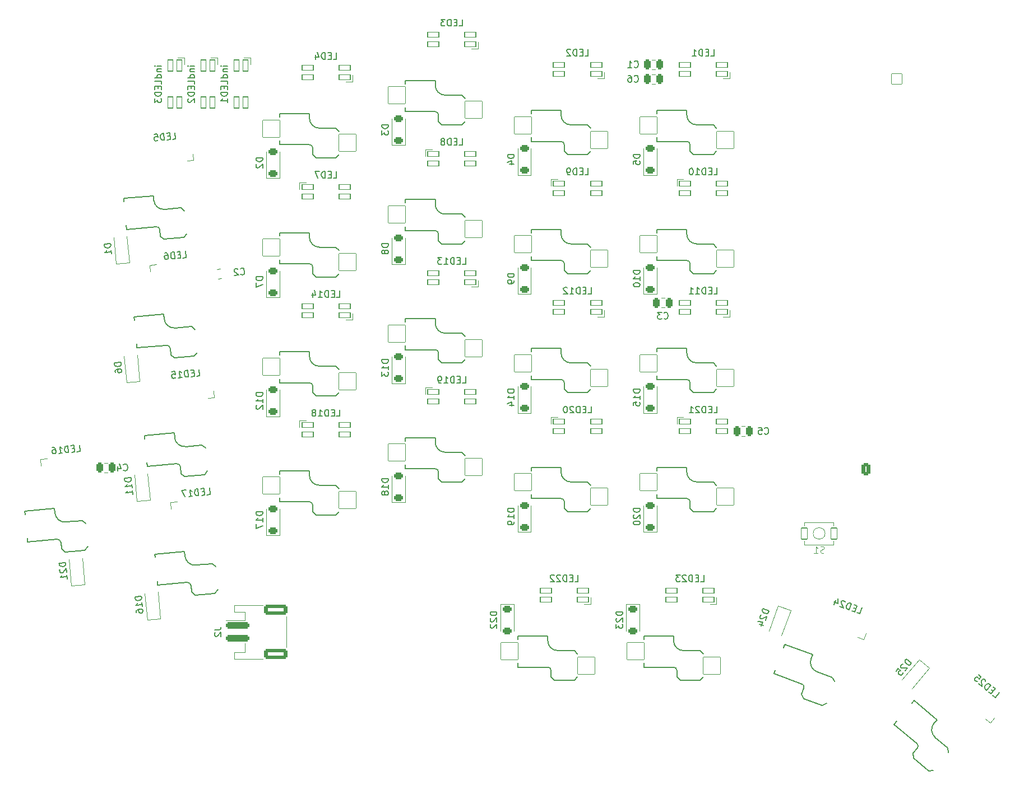
<source format=gbo>
G04 #@! TF.GenerationSoftware,KiCad,Pcbnew,8.0.5*
G04 #@! TF.CreationDate,2024-11-21T22:09:12+01:00*
G04 #@! TF.ProjectId,stellar,7374656c-6c61-4722-9e6b-696361645f70,rev?*
G04 #@! TF.SameCoordinates,Original*
G04 #@! TF.FileFunction,Legend,Bot*
G04 #@! TF.FilePolarity,Positive*
%FSLAX46Y46*%
G04 Gerber Fmt 4.6, Leading zero omitted, Abs format (unit mm)*
G04 Created by KiCad (PCBNEW 8.0.5) date 2024-11-21 22:09:12*
%MOMM*%
%LPD*%
G01*
G04 APERTURE LIST*
G04 Aperture macros list*
%AMRoundRect*
0 Rectangle with rounded corners*
0 $1 Rounding radius*
0 $2 $3 $4 $5 $6 $7 $8 $9 X,Y pos of 4 corners*
0 Add a 4 corners polygon primitive as box body*
4,1,4,$2,$3,$4,$5,$6,$7,$8,$9,$2,$3,0*
0 Add four circle primitives for the rounded corners*
1,1,$1+$1,$2,$3*
1,1,$1+$1,$4,$5*
1,1,$1+$1,$6,$7*
1,1,$1+$1,$8,$9*
0 Add four rect primitives between the rounded corners*
20,1,$1+$1,$2,$3,$4,$5,0*
20,1,$1+$1,$4,$5,$6,$7,0*
20,1,$1+$1,$6,$7,$8,$9,0*
20,1,$1+$1,$8,$9,$2,$3,0*%
G04 Aperture macros list end*
%ADD10C,0.150000*%
%ADD11C,0.100000*%
%ADD12C,0.120000*%
%ADD13C,1.801800*%
%ADD14C,3.100000*%
%ADD15C,3.529000*%
%ADD16RoundRect,0.050000X1.300000X1.300000X-1.300000X1.300000X-1.300000X-1.300000X1.300000X-1.300000X0*%
%ADD17C,3.600000*%
%ADD18RoundRect,0.270833X0.379167X0.654167X-0.379167X0.654167X-0.379167X-0.654167X0.379167X-0.654167X0*%
%ADD19O,1.300000X1.850000*%
%ADD20C,2.600000*%
%ADD21RoundRect,0.050000X1.181751X1.408356X-1.408356X1.181751X-1.181751X-1.408356X1.408356X-1.181751X0*%
%ADD22RoundRect,0.050000X1.831482X0.160234X-0.160234X1.831482X-1.831482X-0.160234X0.160234X-1.831482X0*%
%ADD23RoundRect,0.050000X1.666227X0.776974X-0.776974X1.666227X-1.666227X-0.776974X0.776974X-1.666227X0*%
%ADD24C,2.700000*%
%ADD25C,3.900000*%
%ADD26RoundRect,0.250000X0.400000X-0.250000X0.400000X0.250000X-0.400000X0.250000X-0.400000X-0.250000X0*%
%ADD27RoundRect,0.050000X0.850000X0.412500X-0.850000X0.412500X-0.850000X-0.412500X0.850000X-0.412500X0*%
%ADD28RoundRect,0.050000X-0.810814X-0.485013X0.882717X-0.336848X0.810814X0.485013X-0.882717X0.336848X0*%
%ADD29RoundRect,0.050000X-0.850000X-0.412500X0.850000X-0.412500X0.850000X0.412500X-0.850000X0.412500X0*%
%ADD30RoundRect,0.275000X0.275000X0.500000X-0.275000X0.500000X-0.275000X-0.500000X0.275000X-0.500000X0*%
%ADD31RoundRect,0.050000X-0.412500X0.850000X-0.412500X-0.850000X0.412500X-0.850000X0.412500X0.850000X0*%
%ADD32RoundRect,0.050000X-0.800000X0.800000X-0.800000X-0.800000X0.800000X-0.800000X0.800000X0.800000X0*%
%ADD33C,1.700000*%
%ADD34RoundRect,0.250000X-0.400000X0.250000X-0.400000X-0.250000X0.400000X-0.250000X0.400000X0.250000X0*%
%ADD35RoundRect,0.250000X0.420267X-0.214186X0.376689X0.283911X-0.420267X0.214186X-0.376689X-0.283911X0*%
%ADD36RoundRect,0.050000X0.810814X0.485013X-0.882717X0.336848X-0.810814X-0.485013X0.882717X-0.336848X0*%
%ADD37RoundRect,0.050000X0.939822X0.096906X-0.657655X0.678340X-0.939822X-0.096906X0.657655X-0.678340X0*%
%ADD38RoundRect,0.275000X-1.525000X0.275000X-1.525000X-0.275000X1.525000X-0.275000X1.525000X0.275000X0*%
%ADD39RoundRect,0.266667X-1.483333X0.533333X-1.483333X-0.533333X1.483333X-0.533333X1.483333X0.533333X0*%
%ADD40RoundRect,0.275000X-0.230376X-0.522065X0.317531X-0.474130X0.230376X0.522065X-0.317531X0.474130X0*%
%ADD41RoundRect,0.050000X0.450000X0.850000X-0.450000X0.850000X-0.450000X-0.850000X0.450000X-0.850000X0*%
%ADD42RoundRect,0.050000X0.916288X-0.230376X-0.385988X0.862363X-0.916288X0.230376X0.385988X-0.862363X0*%
%ADD43RoundRect,0.250000X-0.290372X0.371731X-0.461382X-0.098115X0.290372X-0.371731X0.461382X0.098115X0*%
%ADD44RoundRect,0.250000X-0.145721X0.448626X-0.467115X0.065604X0.145721X-0.448626X0.467115X-0.065604X0*%
%ADD45RoundRect,0.275000X-0.275000X-0.500000X0.275000X-0.500000X0.275000X0.500000X-0.275000X0.500000X0*%
G04 APERTURE END LIST*
D10*
X128473886Y-67977483D02*
X127473886Y-67977483D01*
X127473886Y-67977483D02*
X127473886Y-68215578D01*
X127473886Y-68215578D02*
X127521505Y-68358435D01*
X127521505Y-68358435D02*
X127616743Y-68453673D01*
X127616743Y-68453673D02*
X127711981Y-68501292D01*
X127711981Y-68501292D02*
X127902457Y-68548911D01*
X127902457Y-68548911D02*
X128045314Y-68548911D01*
X128045314Y-68548911D02*
X128235790Y-68501292D01*
X128235790Y-68501292D02*
X128331028Y-68453673D01*
X128331028Y-68453673D02*
X128426267Y-68358435D01*
X128426267Y-68358435D02*
X128473886Y-68215578D01*
X128473886Y-68215578D02*
X128473886Y-67977483D01*
X127902457Y-69120340D02*
X127854838Y-69025102D01*
X127854838Y-69025102D02*
X127807219Y-68977483D01*
X127807219Y-68977483D02*
X127711981Y-68929864D01*
X127711981Y-68929864D02*
X127664362Y-68929864D01*
X127664362Y-68929864D02*
X127569124Y-68977483D01*
X127569124Y-68977483D02*
X127521505Y-69025102D01*
X127521505Y-69025102D02*
X127473886Y-69120340D01*
X127473886Y-69120340D02*
X127473886Y-69310816D01*
X127473886Y-69310816D02*
X127521505Y-69406054D01*
X127521505Y-69406054D02*
X127569124Y-69453673D01*
X127569124Y-69453673D02*
X127664362Y-69501292D01*
X127664362Y-69501292D02*
X127711981Y-69501292D01*
X127711981Y-69501292D02*
X127807219Y-69453673D01*
X127807219Y-69453673D02*
X127854838Y-69406054D01*
X127854838Y-69406054D02*
X127902457Y-69310816D01*
X127902457Y-69310816D02*
X127902457Y-69120340D01*
X127902457Y-69120340D02*
X127950076Y-69025102D01*
X127950076Y-69025102D02*
X127997695Y-68977483D01*
X127997695Y-68977483D02*
X128092933Y-68929864D01*
X128092933Y-68929864D02*
X128283409Y-68929864D01*
X128283409Y-68929864D02*
X128378647Y-68977483D01*
X128378647Y-68977483D02*
X128426267Y-69025102D01*
X128426267Y-69025102D02*
X128473886Y-69120340D01*
X128473886Y-69120340D02*
X128473886Y-69310816D01*
X128473886Y-69310816D02*
X128426267Y-69406054D01*
X128426267Y-69406054D02*
X128378647Y-69453673D01*
X128378647Y-69453673D02*
X128283409Y-69501292D01*
X128283409Y-69501292D02*
X128092933Y-69501292D01*
X128092933Y-69501292D02*
X127997695Y-69453673D01*
X127997695Y-69453673D02*
X127950076Y-69406054D01*
X127950076Y-69406054D02*
X127902457Y-69310816D01*
X175643872Y-119052659D02*
X176120062Y-119052659D01*
X176120062Y-119052659D02*
X176120062Y-118052659D01*
X175310538Y-118528849D02*
X174977205Y-118528849D01*
X174834348Y-119052659D02*
X175310538Y-119052659D01*
X175310538Y-119052659D02*
X175310538Y-118052659D01*
X175310538Y-118052659D02*
X174834348Y-118052659D01*
X174405776Y-119052659D02*
X174405776Y-118052659D01*
X174405776Y-118052659D02*
X174167681Y-118052659D01*
X174167681Y-118052659D02*
X174024824Y-118100278D01*
X174024824Y-118100278D02*
X173929586Y-118195516D01*
X173929586Y-118195516D02*
X173881967Y-118290754D01*
X173881967Y-118290754D02*
X173834348Y-118481230D01*
X173834348Y-118481230D02*
X173834348Y-118624087D01*
X173834348Y-118624087D02*
X173881967Y-118814563D01*
X173881967Y-118814563D02*
X173929586Y-118909801D01*
X173929586Y-118909801D02*
X174024824Y-119005040D01*
X174024824Y-119005040D02*
X174167681Y-119052659D01*
X174167681Y-119052659D02*
X174405776Y-119052659D01*
X173453395Y-118147897D02*
X173405776Y-118100278D01*
X173405776Y-118100278D02*
X173310538Y-118052659D01*
X173310538Y-118052659D02*
X173072443Y-118052659D01*
X173072443Y-118052659D02*
X172977205Y-118100278D01*
X172977205Y-118100278D02*
X172929586Y-118147897D01*
X172929586Y-118147897D02*
X172881967Y-118243135D01*
X172881967Y-118243135D02*
X172881967Y-118338373D01*
X172881967Y-118338373D02*
X172929586Y-118481230D01*
X172929586Y-118481230D02*
X173501014Y-119052659D01*
X173501014Y-119052659D02*
X172881967Y-119052659D01*
X172548633Y-118052659D02*
X171929586Y-118052659D01*
X171929586Y-118052659D02*
X172262919Y-118433611D01*
X172262919Y-118433611D02*
X172120062Y-118433611D01*
X172120062Y-118433611D02*
X172024824Y-118481230D01*
X172024824Y-118481230D02*
X171977205Y-118528849D01*
X171977205Y-118528849D02*
X171929586Y-118624087D01*
X171929586Y-118624087D02*
X171929586Y-118862182D01*
X171929586Y-118862182D02*
X171977205Y-118957420D01*
X171977205Y-118957420D02*
X172024824Y-119005040D01*
X172024824Y-119005040D02*
X172120062Y-119052659D01*
X172120062Y-119052659D02*
X172405776Y-119052659D01*
X172405776Y-119052659D02*
X172501014Y-119005040D01*
X172501014Y-119005040D02*
X172548633Y-118957420D01*
X81407545Y-99426454D02*
X81881923Y-99384951D01*
X81881923Y-99384951D02*
X81794767Y-98388756D01*
X81029826Y-98933689D02*
X80697762Y-98962741D01*
X80601101Y-99497008D02*
X81075479Y-99455506D01*
X81075479Y-99455506D02*
X80988324Y-98459311D01*
X80988324Y-98459311D02*
X80513945Y-98500814D01*
X80174160Y-99534361D02*
X80087005Y-98538166D01*
X80087005Y-98538166D02*
X79849815Y-98558917D01*
X79849815Y-98558917D02*
X79711652Y-98618806D01*
X79711652Y-98618806D02*
X79625077Y-98721982D01*
X79625077Y-98721982D02*
X79585940Y-98821008D01*
X79585940Y-98821008D02*
X79555103Y-99014910D01*
X79555103Y-99014910D02*
X79567554Y-99157223D01*
X79567554Y-99157223D02*
X79631593Y-99342825D01*
X79631593Y-99342825D02*
X79687331Y-99433550D01*
X79687331Y-99433550D02*
X79790507Y-99520125D01*
X79790507Y-99520125D02*
X79936971Y-99555112D01*
X79936971Y-99555112D02*
X80174160Y-99534361D01*
X78656149Y-99667170D02*
X79225403Y-99617366D01*
X78940776Y-99642268D02*
X78853621Y-98646073D01*
X78853621Y-98646073D02*
X78960947Y-98780086D01*
X78960947Y-98780086D02*
X79064123Y-98866661D01*
X79064123Y-98866661D02*
X79163149Y-98905799D01*
X77715112Y-98745680D02*
X77904864Y-98729079D01*
X77904864Y-98729079D02*
X78003890Y-98768216D01*
X78003890Y-98768216D02*
X78055478Y-98811504D01*
X78055478Y-98811504D02*
X78162804Y-98945517D01*
X78162804Y-98945517D02*
X78226843Y-99131118D01*
X78226843Y-99131118D02*
X78260045Y-99510620D01*
X78260045Y-99510620D02*
X78220908Y-99609646D01*
X78220908Y-99609646D02*
X78177621Y-99661234D01*
X78177621Y-99661234D02*
X78086895Y-99716973D01*
X78086895Y-99716973D02*
X77897144Y-99733574D01*
X77897144Y-99733574D02*
X77798118Y-99694437D01*
X77798118Y-99694437D02*
X77746530Y-99651149D01*
X77746530Y-99651149D02*
X77690791Y-99560424D01*
X77690791Y-99560424D02*
X77670040Y-99323234D01*
X77670040Y-99323234D02*
X77709177Y-99224208D01*
X77709177Y-99224208D02*
X77752465Y-99172620D01*
X77752465Y-99172620D02*
X77843190Y-99116882D01*
X77843190Y-99116882D02*
X78032942Y-99100281D01*
X78032942Y-99100281D02*
X78131968Y-99139418D01*
X78131968Y-99139418D02*
X78183556Y-99182706D01*
X78183556Y-99182706D02*
X78239294Y-99273431D01*
X177643872Y-93552659D02*
X178120062Y-93552659D01*
X178120062Y-93552659D02*
X178120062Y-92552659D01*
X177310538Y-93028849D02*
X176977205Y-93028849D01*
X176834348Y-93552659D02*
X177310538Y-93552659D01*
X177310538Y-93552659D02*
X177310538Y-92552659D01*
X177310538Y-92552659D02*
X176834348Y-92552659D01*
X176405776Y-93552659D02*
X176405776Y-92552659D01*
X176405776Y-92552659D02*
X176167681Y-92552659D01*
X176167681Y-92552659D02*
X176024824Y-92600278D01*
X176024824Y-92600278D02*
X175929586Y-92695516D01*
X175929586Y-92695516D02*
X175881967Y-92790754D01*
X175881967Y-92790754D02*
X175834348Y-92981230D01*
X175834348Y-92981230D02*
X175834348Y-93124087D01*
X175834348Y-93124087D02*
X175881967Y-93314563D01*
X175881967Y-93314563D02*
X175929586Y-93409801D01*
X175929586Y-93409801D02*
X176024824Y-93505040D01*
X176024824Y-93505040D02*
X176167681Y-93552659D01*
X176167681Y-93552659D02*
X176405776Y-93552659D01*
X175453395Y-92647897D02*
X175405776Y-92600278D01*
X175405776Y-92600278D02*
X175310538Y-92552659D01*
X175310538Y-92552659D02*
X175072443Y-92552659D01*
X175072443Y-92552659D02*
X174977205Y-92600278D01*
X174977205Y-92600278D02*
X174929586Y-92647897D01*
X174929586Y-92647897D02*
X174881967Y-92743135D01*
X174881967Y-92743135D02*
X174881967Y-92838373D01*
X174881967Y-92838373D02*
X174929586Y-92981230D01*
X174929586Y-92981230D02*
X175501014Y-93552659D01*
X175501014Y-93552659D02*
X174881967Y-93552659D01*
X173929586Y-93552659D02*
X174501014Y-93552659D01*
X174215300Y-93552659D02*
X174215300Y-92552659D01*
X174215300Y-92552659D02*
X174310538Y-92695516D01*
X174310538Y-92695516D02*
X174405776Y-92790754D01*
X174405776Y-92790754D02*
X174501014Y-92838373D01*
X120167681Y-58052659D02*
X120643871Y-58052659D01*
X120643871Y-58052659D02*
X120643871Y-57052659D01*
X119834347Y-57528849D02*
X119501014Y-57528849D01*
X119358157Y-58052659D02*
X119834347Y-58052659D01*
X119834347Y-58052659D02*
X119834347Y-57052659D01*
X119834347Y-57052659D02*
X119358157Y-57052659D01*
X118929585Y-58052659D02*
X118929585Y-57052659D01*
X118929585Y-57052659D02*
X118691490Y-57052659D01*
X118691490Y-57052659D02*
X118548633Y-57100278D01*
X118548633Y-57100278D02*
X118453395Y-57195516D01*
X118453395Y-57195516D02*
X118405776Y-57290754D01*
X118405776Y-57290754D02*
X118358157Y-57481230D01*
X118358157Y-57481230D02*
X118358157Y-57624087D01*
X118358157Y-57624087D02*
X118405776Y-57814563D01*
X118405776Y-57814563D02*
X118453395Y-57909801D01*
X118453395Y-57909801D02*
X118548633Y-58005040D01*
X118548633Y-58005040D02*
X118691490Y-58052659D01*
X118691490Y-58052659D02*
X118929585Y-58052659D01*
X118024823Y-57052659D02*
X117358157Y-57052659D01*
X117358157Y-57052659D02*
X117786728Y-58052659D01*
X139643872Y-71052659D02*
X140120062Y-71052659D01*
X140120062Y-71052659D02*
X140120062Y-70052659D01*
X139310538Y-70528849D02*
X138977205Y-70528849D01*
X138834348Y-71052659D02*
X139310538Y-71052659D01*
X139310538Y-71052659D02*
X139310538Y-70052659D01*
X139310538Y-70052659D02*
X138834348Y-70052659D01*
X138405776Y-71052659D02*
X138405776Y-70052659D01*
X138405776Y-70052659D02*
X138167681Y-70052659D01*
X138167681Y-70052659D02*
X138024824Y-70100278D01*
X138024824Y-70100278D02*
X137929586Y-70195516D01*
X137929586Y-70195516D02*
X137881967Y-70290754D01*
X137881967Y-70290754D02*
X137834348Y-70481230D01*
X137834348Y-70481230D02*
X137834348Y-70624087D01*
X137834348Y-70624087D02*
X137881967Y-70814563D01*
X137881967Y-70814563D02*
X137929586Y-70909801D01*
X137929586Y-70909801D02*
X138024824Y-71005040D01*
X138024824Y-71005040D02*
X138167681Y-71052659D01*
X138167681Y-71052659D02*
X138405776Y-71052659D01*
X136881967Y-71052659D02*
X137453395Y-71052659D01*
X137167681Y-71052659D02*
X137167681Y-70052659D01*
X137167681Y-70052659D02*
X137262919Y-70195516D01*
X137262919Y-70195516D02*
X137358157Y-70290754D01*
X137358157Y-70290754D02*
X137453395Y-70338373D01*
X136548633Y-70052659D02*
X135929586Y-70052659D01*
X135929586Y-70052659D02*
X136262919Y-70433611D01*
X136262919Y-70433611D02*
X136120062Y-70433611D01*
X136120062Y-70433611D02*
X136024824Y-70481230D01*
X136024824Y-70481230D02*
X135977205Y-70528849D01*
X135977205Y-70528849D02*
X135929586Y-70624087D01*
X135929586Y-70624087D02*
X135929586Y-70862182D01*
X135929586Y-70862182D02*
X135977205Y-70957420D01*
X135977205Y-70957420D02*
X136024824Y-71005040D01*
X136024824Y-71005040D02*
X136120062Y-71052659D01*
X136120062Y-71052659D02*
X136405776Y-71052659D01*
X136405776Y-71052659D02*
X136501014Y-71005040D01*
X136501014Y-71005040D02*
X136548633Y-70957420D01*
X139167681Y-35052659D02*
X139643871Y-35052659D01*
X139643871Y-35052659D02*
X139643871Y-34052659D01*
X138834347Y-34528849D02*
X138501014Y-34528849D01*
X138358157Y-35052659D02*
X138834347Y-35052659D01*
X138834347Y-35052659D02*
X138834347Y-34052659D01*
X138834347Y-34052659D02*
X138358157Y-34052659D01*
X137929585Y-35052659D02*
X137929585Y-34052659D01*
X137929585Y-34052659D02*
X137691490Y-34052659D01*
X137691490Y-34052659D02*
X137548633Y-34100278D01*
X137548633Y-34100278D02*
X137453395Y-34195516D01*
X137453395Y-34195516D02*
X137405776Y-34290754D01*
X137405776Y-34290754D02*
X137358157Y-34481230D01*
X137358157Y-34481230D02*
X137358157Y-34624087D01*
X137358157Y-34624087D02*
X137405776Y-34814563D01*
X137405776Y-34814563D02*
X137453395Y-34909801D01*
X137453395Y-34909801D02*
X137548633Y-35005040D01*
X137548633Y-35005040D02*
X137691490Y-35052659D01*
X137691490Y-35052659D02*
X137929585Y-35052659D01*
X137024823Y-34052659D02*
X136405776Y-34052659D01*
X136405776Y-34052659D02*
X136739109Y-34433611D01*
X136739109Y-34433611D02*
X136596252Y-34433611D01*
X136596252Y-34433611D02*
X136501014Y-34481230D01*
X136501014Y-34481230D02*
X136453395Y-34528849D01*
X136453395Y-34528849D02*
X136405776Y-34624087D01*
X136405776Y-34624087D02*
X136405776Y-34862182D01*
X136405776Y-34862182D02*
X136453395Y-34957420D01*
X136453395Y-34957420D02*
X136501014Y-35005040D01*
X136501014Y-35005040D02*
X136596252Y-35052659D01*
X136596252Y-35052659D02*
X136881966Y-35052659D01*
X136881966Y-35052659D02*
X136977204Y-35005040D01*
X136977204Y-35005040D02*
X137024823Y-34957420D01*
X147473886Y-108001292D02*
X146473886Y-108001292D01*
X146473886Y-108001292D02*
X146473886Y-108239387D01*
X146473886Y-108239387D02*
X146521505Y-108382244D01*
X146521505Y-108382244D02*
X146616743Y-108477482D01*
X146616743Y-108477482D02*
X146711981Y-108525101D01*
X146711981Y-108525101D02*
X146902457Y-108572720D01*
X146902457Y-108572720D02*
X147045314Y-108572720D01*
X147045314Y-108572720D02*
X147235790Y-108525101D01*
X147235790Y-108525101D02*
X147331028Y-108477482D01*
X147331028Y-108477482D02*
X147426267Y-108382244D01*
X147426267Y-108382244D02*
X147473886Y-108239387D01*
X147473886Y-108239387D02*
X147473886Y-108001292D01*
X147473886Y-109525101D02*
X147473886Y-108953673D01*
X147473886Y-109239387D02*
X146473886Y-109239387D01*
X146473886Y-109239387D02*
X146616743Y-109144149D01*
X146616743Y-109144149D02*
X146711981Y-109048911D01*
X146711981Y-109048911D02*
X146759600Y-108953673D01*
X147473886Y-110001292D02*
X147473886Y-110191768D01*
X147473886Y-110191768D02*
X147426267Y-110287006D01*
X147426267Y-110287006D02*
X147378647Y-110334625D01*
X147378647Y-110334625D02*
X147235790Y-110429863D01*
X147235790Y-110429863D02*
X147045314Y-110477482D01*
X147045314Y-110477482D02*
X146664362Y-110477482D01*
X146664362Y-110477482D02*
X146569124Y-110429863D01*
X146569124Y-110429863D02*
X146521505Y-110382244D01*
X146521505Y-110382244D02*
X146473886Y-110287006D01*
X146473886Y-110287006D02*
X146473886Y-110096530D01*
X146473886Y-110096530D02*
X146521505Y-110001292D01*
X146521505Y-110001292D02*
X146569124Y-109953673D01*
X146569124Y-109953673D02*
X146664362Y-109906054D01*
X146664362Y-109906054D02*
X146902457Y-109906054D01*
X146902457Y-109906054D02*
X146997695Y-109953673D01*
X146997695Y-109953673D02*
X147045314Y-110001292D01*
X147045314Y-110001292D02*
X147092933Y-110096530D01*
X147092933Y-110096530D02*
X147092933Y-110287006D01*
X147092933Y-110287006D02*
X147045314Y-110382244D01*
X147045314Y-110382244D02*
X146997695Y-110429863D01*
X146997695Y-110429863D02*
X146902457Y-110477482D01*
X158643872Y-93552659D02*
X159120062Y-93552659D01*
X159120062Y-93552659D02*
X159120062Y-92552659D01*
X158310538Y-93028849D02*
X157977205Y-93028849D01*
X157834348Y-93552659D02*
X158310538Y-93552659D01*
X158310538Y-93552659D02*
X158310538Y-92552659D01*
X158310538Y-92552659D02*
X157834348Y-92552659D01*
X157405776Y-93552659D02*
X157405776Y-92552659D01*
X157405776Y-92552659D02*
X157167681Y-92552659D01*
X157167681Y-92552659D02*
X157024824Y-92600278D01*
X157024824Y-92600278D02*
X156929586Y-92695516D01*
X156929586Y-92695516D02*
X156881967Y-92790754D01*
X156881967Y-92790754D02*
X156834348Y-92981230D01*
X156834348Y-92981230D02*
X156834348Y-93124087D01*
X156834348Y-93124087D02*
X156881967Y-93314563D01*
X156881967Y-93314563D02*
X156929586Y-93409801D01*
X156929586Y-93409801D02*
X157024824Y-93505040D01*
X157024824Y-93505040D02*
X157167681Y-93552659D01*
X157167681Y-93552659D02*
X157405776Y-93552659D01*
X156453395Y-92647897D02*
X156405776Y-92600278D01*
X156405776Y-92600278D02*
X156310538Y-92552659D01*
X156310538Y-92552659D02*
X156072443Y-92552659D01*
X156072443Y-92552659D02*
X155977205Y-92600278D01*
X155977205Y-92600278D02*
X155929586Y-92647897D01*
X155929586Y-92647897D02*
X155881967Y-92743135D01*
X155881967Y-92743135D02*
X155881967Y-92838373D01*
X155881967Y-92838373D02*
X155929586Y-92981230D01*
X155929586Y-92981230D02*
X156501014Y-93552659D01*
X156501014Y-93552659D02*
X155881967Y-93552659D01*
X155262919Y-92552659D02*
X155167681Y-92552659D01*
X155167681Y-92552659D02*
X155072443Y-92600278D01*
X155072443Y-92600278D02*
X155024824Y-92647897D01*
X155024824Y-92647897D02*
X154977205Y-92743135D01*
X154977205Y-92743135D02*
X154929586Y-92933611D01*
X154929586Y-92933611D02*
X154929586Y-93171706D01*
X154929586Y-93171706D02*
X154977205Y-93362182D01*
X154977205Y-93362182D02*
X155024824Y-93457420D01*
X155024824Y-93457420D02*
X155072443Y-93505040D01*
X155072443Y-93505040D02*
X155167681Y-93552659D01*
X155167681Y-93552659D02*
X155262919Y-93552659D01*
X155262919Y-93552659D02*
X155358157Y-93505040D01*
X155358157Y-93505040D02*
X155405776Y-93457420D01*
X155405776Y-93457420D02*
X155453395Y-93362182D01*
X155453395Y-93362182D02*
X155501014Y-93171706D01*
X155501014Y-93171706D02*
X155501014Y-92933611D01*
X155501014Y-92933611D02*
X155453395Y-92743135D01*
X155453395Y-92743135D02*
X155405776Y-92647897D01*
X155405776Y-92647897D02*
X155358157Y-92600278D01*
X155358157Y-92600278D02*
X155262919Y-92552659D01*
X170099766Y-79253180D02*
X170147385Y-79300800D01*
X170147385Y-79300800D02*
X170290242Y-79348419D01*
X170290242Y-79348419D02*
X170385480Y-79348419D01*
X170385480Y-79348419D02*
X170528337Y-79300800D01*
X170528337Y-79300800D02*
X170623575Y-79205561D01*
X170623575Y-79205561D02*
X170671194Y-79110323D01*
X170671194Y-79110323D02*
X170718813Y-78919847D01*
X170718813Y-78919847D02*
X170718813Y-78776990D01*
X170718813Y-78776990D02*
X170671194Y-78586514D01*
X170671194Y-78586514D02*
X170623575Y-78491276D01*
X170623575Y-78491276D02*
X170528337Y-78396038D01*
X170528337Y-78396038D02*
X170385480Y-78348419D01*
X170385480Y-78348419D02*
X170290242Y-78348419D01*
X170290242Y-78348419D02*
X170147385Y-78396038D01*
X170147385Y-78396038D02*
X170099766Y-78443657D01*
X169766432Y-78348419D02*
X169147385Y-78348419D01*
X169147385Y-78348419D02*
X169480718Y-78729371D01*
X169480718Y-78729371D02*
X169337861Y-78729371D01*
X169337861Y-78729371D02*
X169242623Y-78776990D01*
X169242623Y-78776990D02*
X169195004Y-78824609D01*
X169195004Y-78824609D02*
X169147385Y-78919847D01*
X169147385Y-78919847D02*
X169147385Y-79157942D01*
X169147385Y-79157942D02*
X169195004Y-79253180D01*
X169195004Y-79253180D02*
X169242623Y-79300800D01*
X169242623Y-79300800D02*
X169337861Y-79348419D01*
X169337861Y-79348419D02*
X169623575Y-79348419D01*
X169623575Y-79348419D02*
X169718813Y-79300800D01*
X169718813Y-79300800D02*
X169766432Y-79253180D01*
X128473886Y-49977483D02*
X127473886Y-49977483D01*
X127473886Y-49977483D02*
X127473886Y-50215578D01*
X127473886Y-50215578D02*
X127521505Y-50358435D01*
X127521505Y-50358435D02*
X127616743Y-50453673D01*
X127616743Y-50453673D02*
X127711981Y-50501292D01*
X127711981Y-50501292D02*
X127902457Y-50548911D01*
X127902457Y-50548911D02*
X128045314Y-50548911D01*
X128045314Y-50548911D02*
X128235790Y-50501292D01*
X128235790Y-50501292D02*
X128331028Y-50453673D01*
X128331028Y-50453673D02*
X128426267Y-50358435D01*
X128426267Y-50358435D02*
X128473886Y-50215578D01*
X128473886Y-50215578D02*
X128473886Y-49977483D01*
X127473886Y-50882245D02*
X127473886Y-51501292D01*
X127473886Y-51501292D02*
X127854838Y-51167959D01*
X127854838Y-51167959D02*
X127854838Y-51310816D01*
X127854838Y-51310816D02*
X127902457Y-51406054D01*
X127902457Y-51406054D02*
X127950076Y-51453673D01*
X127950076Y-51453673D02*
X128045314Y-51501292D01*
X128045314Y-51501292D02*
X128283409Y-51501292D01*
X128283409Y-51501292D02*
X128378647Y-51453673D01*
X128378647Y-51453673D02*
X128426267Y-51406054D01*
X128426267Y-51406054D02*
X128473886Y-51310816D01*
X128473886Y-51310816D02*
X128473886Y-51025102D01*
X128473886Y-51025102D02*
X128426267Y-50929864D01*
X128426267Y-50929864D02*
X128378647Y-50882245D01*
X97437936Y-70117784D02*
X97912314Y-70076282D01*
X97912314Y-70076282D02*
X97825158Y-69080087D01*
X97060217Y-69625020D02*
X96728153Y-69654072D01*
X96631492Y-70188339D02*
X97105870Y-70146836D01*
X97105870Y-70146836D02*
X97018715Y-69150642D01*
X97018715Y-69150642D02*
X96544336Y-69192144D01*
X96204551Y-70225692D02*
X96117396Y-69229497D01*
X96117396Y-69229497D02*
X95880206Y-69250248D01*
X95880206Y-69250248D02*
X95742043Y-69310137D01*
X95742043Y-69310137D02*
X95655468Y-69413313D01*
X95655468Y-69413313D02*
X95616331Y-69512339D01*
X95616331Y-69512339D02*
X95585494Y-69706241D01*
X95585494Y-69706241D02*
X95597945Y-69848554D01*
X95597945Y-69848554D02*
X95661984Y-70034155D01*
X95661984Y-70034155D02*
X95717722Y-70124881D01*
X95717722Y-70124881D02*
X95820898Y-70211456D01*
X95820898Y-70211456D02*
X95967362Y-70246443D01*
X95967362Y-70246443D02*
X96204551Y-70225692D01*
X94694260Y-69354005D02*
X94884012Y-69337404D01*
X94884012Y-69337404D02*
X94983038Y-69376541D01*
X94983038Y-69376541D02*
X95034626Y-69419829D01*
X95034626Y-69419829D02*
X95141952Y-69553842D01*
X95141952Y-69553842D02*
X95205991Y-69739443D01*
X95205991Y-69739443D02*
X95239193Y-70118946D01*
X95239193Y-70118946D02*
X95200056Y-70217972D01*
X95200056Y-70217972D02*
X95156769Y-70269560D01*
X95156769Y-70269560D02*
X95066043Y-70325298D01*
X95066043Y-70325298D02*
X94876292Y-70341899D01*
X94876292Y-70341899D02*
X94777266Y-70302762D01*
X94777266Y-70302762D02*
X94725678Y-70259474D01*
X94725678Y-70259474D02*
X94669939Y-70168749D01*
X94669939Y-70168749D02*
X94649188Y-69931560D01*
X94649188Y-69931560D02*
X94688325Y-69832534D01*
X94688325Y-69832534D02*
X94731613Y-69780946D01*
X94731613Y-69780946D02*
X94822338Y-69725207D01*
X94822338Y-69725207D02*
X95012090Y-69708606D01*
X95012090Y-69708606D02*
X95111116Y-69747743D01*
X95111116Y-69747743D02*
X95162704Y-69791031D01*
X95162704Y-69791031D02*
X95218442Y-69881756D01*
X94177942Y-41085508D02*
X93511275Y-41085508D01*
X93177942Y-41085508D02*
X93225561Y-41037889D01*
X93225561Y-41037889D02*
X93273180Y-41085508D01*
X93273180Y-41085508D02*
X93225561Y-41133127D01*
X93225561Y-41133127D02*
X93177942Y-41085508D01*
X93177942Y-41085508D02*
X93273180Y-41085508D01*
X93511275Y-41561698D02*
X94177942Y-41561698D01*
X93606513Y-41561698D02*
X93558894Y-41609317D01*
X93558894Y-41609317D02*
X93511275Y-41704555D01*
X93511275Y-41704555D02*
X93511275Y-41847412D01*
X93511275Y-41847412D02*
X93558894Y-41942650D01*
X93558894Y-41942650D02*
X93654132Y-41990269D01*
X93654132Y-41990269D02*
X94177942Y-41990269D01*
X94177942Y-42895031D02*
X93177942Y-42895031D01*
X94130323Y-42895031D02*
X94177942Y-42799793D01*
X94177942Y-42799793D02*
X94177942Y-42609317D01*
X94177942Y-42609317D02*
X94130323Y-42514079D01*
X94130323Y-42514079D02*
X94082703Y-42466460D01*
X94082703Y-42466460D02*
X93987465Y-42418841D01*
X93987465Y-42418841D02*
X93701751Y-42418841D01*
X93701751Y-42418841D02*
X93606513Y-42466460D01*
X93606513Y-42466460D02*
X93558894Y-42514079D01*
X93558894Y-42514079D02*
X93511275Y-42609317D01*
X93511275Y-42609317D02*
X93511275Y-42799793D01*
X93511275Y-42799793D02*
X93558894Y-42895031D01*
X94177942Y-43847412D02*
X94177942Y-43371222D01*
X94177942Y-43371222D02*
X93177942Y-43371222D01*
X93654132Y-44180746D02*
X93654132Y-44514079D01*
X94177942Y-44656936D02*
X94177942Y-44180746D01*
X94177942Y-44180746D02*
X93177942Y-44180746D01*
X93177942Y-44180746D02*
X93177942Y-44656936D01*
X94177942Y-45085508D02*
X93177942Y-45085508D01*
X93177942Y-45085508D02*
X93177942Y-45323603D01*
X93177942Y-45323603D02*
X93225561Y-45466460D01*
X93225561Y-45466460D02*
X93320799Y-45561698D01*
X93320799Y-45561698D02*
X93416037Y-45609317D01*
X93416037Y-45609317D02*
X93606513Y-45656936D01*
X93606513Y-45656936D02*
X93749370Y-45656936D01*
X93749370Y-45656936D02*
X93939846Y-45609317D01*
X93939846Y-45609317D02*
X94035084Y-45561698D01*
X94035084Y-45561698D02*
X94130323Y-45466460D01*
X94130323Y-45466460D02*
X94177942Y-45323603D01*
X94177942Y-45323603D02*
X94177942Y-45085508D01*
X93177942Y-45990270D02*
X93177942Y-46609317D01*
X93177942Y-46609317D02*
X93558894Y-46275984D01*
X93558894Y-46275984D02*
X93558894Y-46418841D01*
X93558894Y-46418841D02*
X93606513Y-46514079D01*
X93606513Y-46514079D02*
X93654132Y-46561698D01*
X93654132Y-46561698D02*
X93749370Y-46609317D01*
X93749370Y-46609317D02*
X93987465Y-46609317D01*
X93987465Y-46609317D02*
X94082703Y-46561698D01*
X94082703Y-46561698D02*
X94130323Y-46514079D01*
X94130323Y-46514079D02*
X94177942Y-46418841D01*
X94177942Y-46418841D02*
X94177942Y-46133127D01*
X94177942Y-46133127D02*
X94130323Y-46037889D01*
X94130323Y-46037889D02*
X94082703Y-45990270D01*
X144857621Y-123633319D02*
X143857621Y-123633319D01*
X143857621Y-123633319D02*
X143857621Y-123871414D01*
X143857621Y-123871414D02*
X143905240Y-124014271D01*
X143905240Y-124014271D02*
X144000478Y-124109509D01*
X144000478Y-124109509D02*
X144095716Y-124157128D01*
X144095716Y-124157128D02*
X144286192Y-124204747D01*
X144286192Y-124204747D02*
X144429049Y-124204747D01*
X144429049Y-124204747D02*
X144619525Y-124157128D01*
X144619525Y-124157128D02*
X144714763Y-124109509D01*
X144714763Y-124109509D02*
X144810002Y-124014271D01*
X144810002Y-124014271D02*
X144857621Y-123871414D01*
X144857621Y-123871414D02*
X144857621Y-123633319D01*
X143952859Y-124585700D02*
X143905240Y-124633319D01*
X143905240Y-124633319D02*
X143857621Y-124728557D01*
X143857621Y-124728557D02*
X143857621Y-124966652D01*
X143857621Y-124966652D02*
X143905240Y-125061890D01*
X143905240Y-125061890D02*
X143952859Y-125109509D01*
X143952859Y-125109509D02*
X144048097Y-125157128D01*
X144048097Y-125157128D02*
X144143335Y-125157128D01*
X144143335Y-125157128D02*
X144286192Y-125109509D01*
X144286192Y-125109509D02*
X144857621Y-124538081D01*
X144857621Y-124538081D02*
X144857621Y-125157128D01*
X143952859Y-125538081D02*
X143905240Y-125585700D01*
X143905240Y-125585700D02*
X143857621Y-125680938D01*
X143857621Y-125680938D02*
X143857621Y-125919033D01*
X143857621Y-125919033D02*
X143905240Y-126014271D01*
X143905240Y-126014271D02*
X143952859Y-126061890D01*
X143952859Y-126061890D02*
X144048097Y-126109509D01*
X144048097Y-126109509D02*
X144143335Y-126109509D01*
X144143335Y-126109509D02*
X144286192Y-126061890D01*
X144286192Y-126061890D02*
X144857621Y-125490462D01*
X144857621Y-125490462D02*
X144857621Y-126109509D01*
X120643872Y-94052659D02*
X121120062Y-94052659D01*
X121120062Y-94052659D02*
X121120062Y-93052659D01*
X120310538Y-93528849D02*
X119977205Y-93528849D01*
X119834348Y-94052659D02*
X120310538Y-94052659D01*
X120310538Y-94052659D02*
X120310538Y-93052659D01*
X120310538Y-93052659D02*
X119834348Y-93052659D01*
X119405776Y-94052659D02*
X119405776Y-93052659D01*
X119405776Y-93052659D02*
X119167681Y-93052659D01*
X119167681Y-93052659D02*
X119024824Y-93100278D01*
X119024824Y-93100278D02*
X118929586Y-93195516D01*
X118929586Y-93195516D02*
X118881967Y-93290754D01*
X118881967Y-93290754D02*
X118834348Y-93481230D01*
X118834348Y-93481230D02*
X118834348Y-93624087D01*
X118834348Y-93624087D02*
X118881967Y-93814563D01*
X118881967Y-93814563D02*
X118929586Y-93909801D01*
X118929586Y-93909801D02*
X119024824Y-94005040D01*
X119024824Y-94005040D02*
X119167681Y-94052659D01*
X119167681Y-94052659D02*
X119405776Y-94052659D01*
X117881967Y-94052659D02*
X118453395Y-94052659D01*
X118167681Y-94052659D02*
X118167681Y-93052659D01*
X118167681Y-93052659D02*
X118262919Y-93195516D01*
X118262919Y-93195516D02*
X118358157Y-93290754D01*
X118358157Y-93290754D02*
X118453395Y-93338373D01*
X117310538Y-93481230D02*
X117405776Y-93433611D01*
X117405776Y-93433611D02*
X117453395Y-93385992D01*
X117453395Y-93385992D02*
X117501014Y-93290754D01*
X117501014Y-93290754D02*
X117501014Y-93243135D01*
X117501014Y-93243135D02*
X117453395Y-93147897D01*
X117453395Y-93147897D02*
X117405776Y-93100278D01*
X117405776Y-93100278D02*
X117310538Y-93052659D01*
X117310538Y-93052659D02*
X117120062Y-93052659D01*
X117120062Y-93052659D02*
X117024824Y-93100278D01*
X117024824Y-93100278D02*
X116977205Y-93147897D01*
X116977205Y-93147897D02*
X116929586Y-93243135D01*
X116929586Y-93243135D02*
X116929586Y-93290754D01*
X116929586Y-93290754D02*
X116977205Y-93385992D01*
X116977205Y-93385992D02*
X117024824Y-93433611D01*
X117024824Y-93433611D02*
X117120062Y-93481230D01*
X117120062Y-93481230D02*
X117310538Y-93481230D01*
X117310538Y-93481230D02*
X117405776Y-93528849D01*
X117405776Y-93528849D02*
X117453395Y-93576468D01*
X117453395Y-93576468D02*
X117501014Y-93671706D01*
X117501014Y-93671706D02*
X117501014Y-93862182D01*
X117501014Y-93862182D02*
X117453395Y-93957420D01*
X117453395Y-93957420D02*
X117405776Y-94005040D01*
X117405776Y-94005040D02*
X117310538Y-94052659D01*
X117310538Y-94052659D02*
X117120062Y-94052659D01*
X117120062Y-94052659D02*
X117024824Y-94005040D01*
X117024824Y-94005040D02*
X116977205Y-93957420D01*
X116977205Y-93957420D02*
X116929586Y-93862182D01*
X116929586Y-93862182D02*
X116929586Y-93671706D01*
X116929586Y-93671706D02*
X116977205Y-93576468D01*
X116977205Y-93576468D02*
X117024824Y-93528849D01*
X117024824Y-93528849D02*
X117120062Y-93481230D01*
X89612918Y-103374966D02*
X88616723Y-103462122D01*
X88616723Y-103462122D02*
X88637475Y-103699311D01*
X88637475Y-103699311D02*
X88697363Y-103837475D01*
X88697363Y-103837475D02*
X88800539Y-103924050D01*
X88800539Y-103924050D02*
X88899565Y-103963187D01*
X88899565Y-103963187D02*
X89093467Y-103994024D01*
X89093467Y-103994024D02*
X89235781Y-103981573D01*
X89235781Y-103981573D02*
X89421382Y-103917534D01*
X89421382Y-103917534D02*
X89512107Y-103861796D01*
X89512107Y-103861796D02*
X89598682Y-103758619D01*
X89598682Y-103758619D02*
X89633669Y-103612156D01*
X89633669Y-103612156D02*
X89612918Y-103374966D01*
X89745727Y-104892977D02*
X89695923Y-104323723D01*
X89720825Y-104608350D02*
X88724630Y-104695506D01*
X88724630Y-104695506D02*
X88858643Y-104588180D01*
X88858643Y-104588180D02*
X88945218Y-104485003D01*
X88945218Y-104485003D02*
X88984356Y-104385977D01*
X89828732Y-105841734D02*
X89778929Y-105272480D01*
X89803830Y-105557107D02*
X88807636Y-105644263D01*
X88807636Y-105644263D02*
X88941649Y-105536936D01*
X88941649Y-105536936D02*
X89028224Y-105433760D01*
X89028224Y-105433760D02*
X89067361Y-105334734D01*
X109473886Y-54977483D02*
X108473886Y-54977483D01*
X108473886Y-54977483D02*
X108473886Y-55215578D01*
X108473886Y-55215578D02*
X108521505Y-55358435D01*
X108521505Y-55358435D02*
X108616743Y-55453673D01*
X108616743Y-55453673D02*
X108711981Y-55501292D01*
X108711981Y-55501292D02*
X108902457Y-55548911D01*
X108902457Y-55548911D02*
X109045314Y-55548911D01*
X109045314Y-55548911D02*
X109235790Y-55501292D01*
X109235790Y-55501292D02*
X109331028Y-55453673D01*
X109331028Y-55453673D02*
X109426267Y-55358435D01*
X109426267Y-55358435D02*
X109473886Y-55215578D01*
X109473886Y-55215578D02*
X109473886Y-54977483D01*
X108569124Y-55929864D02*
X108521505Y-55977483D01*
X108521505Y-55977483D02*
X108473886Y-56072721D01*
X108473886Y-56072721D02*
X108473886Y-56310816D01*
X108473886Y-56310816D02*
X108521505Y-56406054D01*
X108521505Y-56406054D02*
X108569124Y-56453673D01*
X108569124Y-56453673D02*
X108664362Y-56501292D01*
X108664362Y-56501292D02*
X108759600Y-56501292D01*
X108759600Y-56501292D02*
X108902457Y-56453673D01*
X108902457Y-56453673D02*
X109473886Y-55882245D01*
X109473886Y-55882245D02*
X109473886Y-56501292D01*
X95869133Y-52186279D02*
X96343511Y-52144777D01*
X96343511Y-52144777D02*
X96256355Y-51148582D01*
X95491414Y-51693515D02*
X95159350Y-51722567D01*
X95062689Y-52256834D02*
X95537067Y-52215331D01*
X95537067Y-52215331D02*
X95449912Y-51219137D01*
X95449912Y-51219137D02*
X94975533Y-51260639D01*
X94635748Y-52294187D02*
X94548593Y-51297992D01*
X94548593Y-51297992D02*
X94311403Y-51318743D01*
X94311403Y-51318743D02*
X94173240Y-51378632D01*
X94173240Y-51378632D02*
X94086665Y-51481808D01*
X94086665Y-51481808D02*
X94047528Y-51580834D01*
X94047528Y-51580834D02*
X94016691Y-51774736D01*
X94016691Y-51774736D02*
X94029142Y-51917049D01*
X94029142Y-51917049D02*
X94093181Y-52102650D01*
X94093181Y-52102650D02*
X94148919Y-52193376D01*
X94148919Y-52193376D02*
X94252095Y-52279951D01*
X94252095Y-52279951D02*
X94398559Y-52314938D01*
X94398559Y-52314938D02*
X94635748Y-52294187D01*
X93078019Y-51426650D02*
X93552398Y-51385148D01*
X93552398Y-51385148D02*
X93641339Y-51855376D01*
X93641339Y-51855376D02*
X93589750Y-51812088D01*
X93589750Y-51812088D02*
X93490724Y-51772951D01*
X93490724Y-51772951D02*
X93253535Y-51793702D01*
X93253535Y-51793702D02*
X93162810Y-51849441D01*
X93162810Y-51849441D02*
X93119522Y-51901029D01*
X93119522Y-51901029D02*
X93080385Y-52000055D01*
X93080385Y-52000055D02*
X93101136Y-52237244D01*
X93101136Y-52237244D02*
X93156875Y-52327969D01*
X93156875Y-52327969D02*
X93208463Y-52371257D01*
X93208463Y-52371257D02*
X93307489Y-52410394D01*
X93307489Y-52410394D02*
X93544678Y-52389643D01*
X93544678Y-52389643D02*
X93635403Y-52333904D01*
X93635403Y-52333904D02*
X93678691Y-52282316D01*
X139643872Y-89052659D02*
X140120062Y-89052659D01*
X140120062Y-89052659D02*
X140120062Y-88052659D01*
X139310538Y-88528849D02*
X138977205Y-88528849D01*
X138834348Y-89052659D02*
X139310538Y-89052659D01*
X139310538Y-89052659D02*
X139310538Y-88052659D01*
X139310538Y-88052659D02*
X138834348Y-88052659D01*
X138405776Y-89052659D02*
X138405776Y-88052659D01*
X138405776Y-88052659D02*
X138167681Y-88052659D01*
X138167681Y-88052659D02*
X138024824Y-88100278D01*
X138024824Y-88100278D02*
X137929586Y-88195516D01*
X137929586Y-88195516D02*
X137881967Y-88290754D01*
X137881967Y-88290754D02*
X137834348Y-88481230D01*
X137834348Y-88481230D02*
X137834348Y-88624087D01*
X137834348Y-88624087D02*
X137881967Y-88814563D01*
X137881967Y-88814563D02*
X137929586Y-88909801D01*
X137929586Y-88909801D02*
X138024824Y-89005040D01*
X138024824Y-89005040D02*
X138167681Y-89052659D01*
X138167681Y-89052659D02*
X138405776Y-89052659D01*
X136881967Y-89052659D02*
X137453395Y-89052659D01*
X137167681Y-89052659D02*
X137167681Y-88052659D01*
X137167681Y-88052659D02*
X137262919Y-88195516D01*
X137262919Y-88195516D02*
X137358157Y-88290754D01*
X137358157Y-88290754D02*
X137453395Y-88338373D01*
X136405776Y-89052659D02*
X136215300Y-89052659D01*
X136215300Y-89052659D02*
X136120062Y-89005040D01*
X136120062Y-89005040D02*
X136072443Y-88957420D01*
X136072443Y-88957420D02*
X135977205Y-88814563D01*
X135977205Y-88814563D02*
X135929586Y-88624087D01*
X135929586Y-88624087D02*
X135929586Y-88243135D01*
X135929586Y-88243135D02*
X135977205Y-88147897D01*
X135977205Y-88147897D02*
X136024824Y-88100278D01*
X136024824Y-88100278D02*
X136120062Y-88052659D01*
X136120062Y-88052659D02*
X136310538Y-88052659D01*
X136310538Y-88052659D02*
X136405776Y-88100278D01*
X136405776Y-88100278D02*
X136453395Y-88147897D01*
X136453395Y-88147897D02*
X136501014Y-88243135D01*
X136501014Y-88243135D02*
X136501014Y-88481230D01*
X136501014Y-88481230D02*
X136453395Y-88576468D01*
X136453395Y-88576468D02*
X136405776Y-88624087D01*
X136405776Y-88624087D02*
X136310538Y-88671706D01*
X136310538Y-88671706D02*
X136120062Y-88671706D01*
X136120062Y-88671706D02*
X136024824Y-88624087D01*
X136024824Y-88624087D02*
X135977205Y-88576468D01*
X135977205Y-88576468D02*
X135929586Y-88481230D01*
X91181721Y-121306471D02*
X90185526Y-121393627D01*
X90185526Y-121393627D02*
X90206278Y-121630816D01*
X90206278Y-121630816D02*
X90266166Y-121768980D01*
X90266166Y-121768980D02*
X90369342Y-121855555D01*
X90369342Y-121855555D02*
X90468368Y-121894692D01*
X90468368Y-121894692D02*
X90662270Y-121925529D01*
X90662270Y-121925529D02*
X90804584Y-121913078D01*
X90804584Y-121913078D02*
X90990185Y-121849039D01*
X90990185Y-121849039D02*
X91080910Y-121793301D01*
X91080910Y-121793301D02*
X91167485Y-121690124D01*
X91167485Y-121690124D02*
X91202472Y-121543661D01*
X91202472Y-121543661D02*
X91181721Y-121306471D01*
X91314530Y-122824482D02*
X91264726Y-122255228D01*
X91289628Y-122539855D02*
X90293433Y-122627011D01*
X90293433Y-122627011D02*
X90427446Y-122519685D01*
X90427446Y-122519685D02*
X90514021Y-122416508D01*
X90514021Y-122416508D02*
X90553159Y-122317482D01*
X90393040Y-123765519D02*
X90376439Y-123575768D01*
X90376439Y-123575768D02*
X90415576Y-123476742D01*
X90415576Y-123476742D02*
X90458864Y-123425154D01*
X90458864Y-123425154D02*
X90592877Y-123317827D01*
X90592877Y-123317827D02*
X90778478Y-123253788D01*
X90778478Y-123253788D02*
X91157980Y-123220586D01*
X91157980Y-123220586D02*
X91257006Y-123259724D01*
X91257006Y-123259724D02*
X91308594Y-123303011D01*
X91308594Y-123303011D02*
X91364333Y-123393736D01*
X91364333Y-123393736D02*
X91380934Y-123583488D01*
X91380934Y-123583488D02*
X91341797Y-123682514D01*
X91341797Y-123682514D02*
X91298509Y-123734102D01*
X91298509Y-123734102D02*
X91207784Y-123789840D01*
X91207784Y-123789840D02*
X90970594Y-123810592D01*
X90970594Y-123810592D02*
X90871569Y-123771454D01*
X90871569Y-123771454D02*
X90819980Y-123728167D01*
X90819980Y-123728167D02*
X90764242Y-123637441D01*
X90764242Y-123637441D02*
X90747641Y-123447690D01*
X90747641Y-123447690D02*
X90786778Y-123348664D01*
X90786778Y-123348664D02*
X90830066Y-123297076D01*
X90830066Y-123297076D02*
X90920791Y-123241338D01*
X109473886Y-90501292D02*
X108473886Y-90501292D01*
X108473886Y-90501292D02*
X108473886Y-90739387D01*
X108473886Y-90739387D02*
X108521505Y-90882244D01*
X108521505Y-90882244D02*
X108616743Y-90977482D01*
X108616743Y-90977482D02*
X108711981Y-91025101D01*
X108711981Y-91025101D02*
X108902457Y-91072720D01*
X108902457Y-91072720D02*
X109045314Y-91072720D01*
X109045314Y-91072720D02*
X109235790Y-91025101D01*
X109235790Y-91025101D02*
X109331028Y-90977482D01*
X109331028Y-90977482D02*
X109426267Y-90882244D01*
X109426267Y-90882244D02*
X109473886Y-90739387D01*
X109473886Y-90739387D02*
X109473886Y-90501292D01*
X109473886Y-92025101D02*
X109473886Y-91453673D01*
X109473886Y-91739387D02*
X108473886Y-91739387D01*
X108473886Y-91739387D02*
X108616743Y-91644149D01*
X108616743Y-91644149D02*
X108711981Y-91548911D01*
X108711981Y-91548911D02*
X108759600Y-91453673D01*
X108569124Y-92406054D02*
X108521505Y-92453673D01*
X108521505Y-92453673D02*
X108473886Y-92548911D01*
X108473886Y-92548911D02*
X108473886Y-92787006D01*
X108473886Y-92787006D02*
X108521505Y-92882244D01*
X108521505Y-92882244D02*
X108569124Y-92929863D01*
X108569124Y-92929863D02*
X108664362Y-92977482D01*
X108664362Y-92977482D02*
X108759600Y-92977482D01*
X108759600Y-92977482D02*
X108902457Y-92929863D01*
X108902457Y-92929863D02*
X109473886Y-92358435D01*
X109473886Y-92358435D02*
X109473886Y-92977482D01*
X177643872Y-57552659D02*
X178120062Y-57552659D01*
X178120062Y-57552659D02*
X178120062Y-56552659D01*
X177310538Y-57028849D02*
X176977205Y-57028849D01*
X176834348Y-57552659D02*
X177310538Y-57552659D01*
X177310538Y-57552659D02*
X177310538Y-56552659D01*
X177310538Y-56552659D02*
X176834348Y-56552659D01*
X176405776Y-57552659D02*
X176405776Y-56552659D01*
X176405776Y-56552659D02*
X176167681Y-56552659D01*
X176167681Y-56552659D02*
X176024824Y-56600278D01*
X176024824Y-56600278D02*
X175929586Y-56695516D01*
X175929586Y-56695516D02*
X175881967Y-56790754D01*
X175881967Y-56790754D02*
X175834348Y-56981230D01*
X175834348Y-56981230D02*
X175834348Y-57124087D01*
X175834348Y-57124087D02*
X175881967Y-57314563D01*
X175881967Y-57314563D02*
X175929586Y-57409801D01*
X175929586Y-57409801D02*
X176024824Y-57505040D01*
X176024824Y-57505040D02*
X176167681Y-57552659D01*
X176167681Y-57552659D02*
X176405776Y-57552659D01*
X174881967Y-57552659D02*
X175453395Y-57552659D01*
X175167681Y-57552659D02*
X175167681Y-56552659D01*
X175167681Y-56552659D02*
X175262919Y-56695516D01*
X175262919Y-56695516D02*
X175358157Y-56790754D01*
X175358157Y-56790754D02*
X175453395Y-56838373D01*
X174262919Y-56552659D02*
X174167681Y-56552659D01*
X174167681Y-56552659D02*
X174072443Y-56600278D01*
X174072443Y-56600278D02*
X174024824Y-56647897D01*
X174024824Y-56647897D02*
X173977205Y-56743135D01*
X173977205Y-56743135D02*
X173929586Y-56933611D01*
X173929586Y-56933611D02*
X173929586Y-57171706D01*
X173929586Y-57171706D02*
X173977205Y-57362182D01*
X173977205Y-57362182D02*
X174024824Y-57457420D01*
X174024824Y-57457420D02*
X174072443Y-57505040D01*
X174072443Y-57505040D02*
X174167681Y-57552659D01*
X174167681Y-57552659D02*
X174262919Y-57552659D01*
X174262919Y-57552659D02*
X174358157Y-57505040D01*
X174358157Y-57505040D02*
X174405776Y-57457420D01*
X174405776Y-57457420D02*
X174453395Y-57362182D01*
X174453395Y-57362182D02*
X174501014Y-57171706D01*
X174501014Y-57171706D02*
X174501014Y-56933611D01*
X174501014Y-56933611D02*
X174453395Y-56743135D01*
X174453395Y-56743135D02*
X174405776Y-56647897D01*
X174405776Y-56647897D02*
X174358157Y-56600278D01*
X174358157Y-56600278D02*
X174262919Y-56552659D01*
X199224983Y-123773211D02*
X199672456Y-123936078D01*
X199672456Y-123936078D02*
X200014476Y-122996385D01*
X199090905Y-123166985D02*
X198777674Y-123052978D01*
X198464279Y-123496338D02*
X198911752Y-123659204D01*
X198911752Y-123659204D02*
X199253772Y-122719512D01*
X199253772Y-122719512D02*
X198806299Y-122556645D01*
X198061554Y-123349758D02*
X198403574Y-122410065D01*
X198403574Y-122410065D02*
X198179837Y-122328632D01*
X198179837Y-122328632D02*
X198029309Y-122324519D01*
X198029309Y-122324519D02*
X197907241Y-122381440D01*
X197907241Y-122381440D02*
X197829920Y-122454648D01*
X197829920Y-122454648D02*
X197720027Y-122617350D01*
X197720027Y-122617350D02*
X197671166Y-122751592D01*
X197671166Y-122751592D02*
X197650767Y-122946868D01*
X197650767Y-122946868D02*
X197662941Y-123052649D01*
X197662941Y-123052649D02*
X197719862Y-123174717D01*
X197719862Y-123174717D02*
X197837817Y-123268324D01*
X197837817Y-123268324D02*
X198061554Y-123349758D01*
X197476055Y-122173826D02*
X197447594Y-122112792D01*
X197447594Y-122112792D02*
X197374387Y-122035472D01*
X197374387Y-122035472D02*
X197150650Y-121954038D01*
X197150650Y-121954038D02*
X197044869Y-121966212D01*
X197044869Y-121966212D02*
X196983835Y-121994673D01*
X196983835Y-121994673D02*
X196906515Y-122067881D01*
X196906515Y-122067881D02*
X196873941Y-122157375D01*
X196873941Y-122157375D02*
X196869828Y-122307904D01*
X196869828Y-122307904D02*
X197211356Y-123040311D01*
X197211356Y-123040311D02*
X196629641Y-122828584D01*
X196052204Y-121908962D02*
X195824190Y-122535424D01*
X196406233Y-121632417D02*
X196385670Y-122385060D01*
X196385670Y-122385060D02*
X195803955Y-122173333D01*
X120167681Y-40052659D02*
X120643871Y-40052659D01*
X120643871Y-40052659D02*
X120643871Y-39052659D01*
X119834347Y-39528849D02*
X119501014Y-39528849D01*
X119358157Y-40052659D02*
X119834347Y-40052659D01*
X119834347Y-40052659D02*
X119834347Y-39052659D01*
X119834347Y-39052659D02*
X119358157Y-39052659D01*
X118929585Y-40052659D02*
X118929585Y-39052659D01*
X118929585Y-39052659D02*
X118691490Y-39052659D01*
X118691490Y-39052659D02*
X118548633Y-39100278D01*
X118548633Y-39100278D02*
X118453395Y-39195516D01*
X118453395Y-39195516D02*
X118405776Y-39290754D01*
X118405776Y-39290754D02*
X118358157Y-39481230D01*
X118358157Y-39481230D02*
X118358157Y-39624087D01*
X118358157Y-39624087D02*
X118405776Y-39814563D01*
X118405776Y-39814563D02*
X118453395Y-39909801D01*
X118453395Y-39909801D02*
X118548633Y-40005040D01*
X118548633Y-40005040D02*
X118691490Y-40052659D01*
X118691490Y-40052659D02*
X118929585Y-40052659D01*
X117501014Y-39385992D02*
X117501014Y-40052659D01*
X117739109Y-39005040D02*
X117977204Y-39719325D01*
X117977204Y-39719325D02*
X117358157Y-39719325D01*
X177643872Y-75552659D02*
X178120062Y-75552659D01*
X178120062Y-75552659D02*
X178120062Y-74552659D01*
X177310538Y-75028849D02*
X176977205Y-75028849D01*
X176834348Y-75552659D02*
X177310538Y-75552659D01*
X177310538Y-75552659D02*
X177310538Y-74552659D01*
X177310538Y-74552659D02*
X176834348Y-74552659D01*
X176405776Y-75552659D02*
X176405776Y-74552659D01*
X176405776Y-74552659D02*
X176167681Y-74552659D01*
X176167681Y-74552659D02*
X176024824Y-74600278D01*
X176024824Y-74600278D02*
X175929586Y-74695516D01*
X175929586Y-74695516D02*
X175881967Y-74790754D01*
X175881967Y-74790754D02*
X175834348Y-74981230D01*
X175834348Y-74981230D02*
X175834348Y-75124087D01*
X175834348Y-75124087D02*
X175881967Y-75314563D01*
X175881967Y-75314563D02*
X175929586Y-75409801D01*
X175929586Y-75409801D02*
X176024824Y-75505040D01*
X176024824Y-75505040D02*
X176167681Y-75552659D01*
X176167681Y-75552659D02*
X176405776Y-75552659D01*
X174881967Y-75552659D02*
X175453395Y-75552659D01*
X175167681Y-75552659D02*
X175167681Y-74552659D01*
X175167681Y-74552659D02*
X175262919Y-74695516D01*
X175262919Y-74695516D02*
X175358157Y-74790754D01*
X175358157Y-74790754D02*
X175453395Y-74838373D01*
X173929586Y-75552659D02*
X174501014Y-75552659D01*
X174215300Y-75552659D02*
X174215300Y-74552659D01*
X174215300Y-74552659D02*
X174310538Y-74695516D01*
X174310538Y-74695516D02*
X174405776Y-74790754D01*
X174405776Y-74790754D02*
X174501014Y-74838373D01*
X102197621Y-126344271D02*
X102911906Y-126344271D01*
X102911906Y-126344271D02*
X103054763Y-126296652D01*
X103054763Y-126296652D02*
X103150002Y-126201414D01*
X103150002Y-126201414D02*
X103197621Y-126058557D01*
X103197621Y-126058557D02*
X103197621Y-125963319D01*
X102292859Y-126772843D02*
X102245240Y-126820462D01*
X102245240Y-126820462D02*
X102197621Y-126915700D01*
X102197621Y-126915700D02*
X102197621Y-127153795D01*
X102197621Y-127153795D02*
X102245240Y-127249033D01*
X102245240Y-127249033D02*
X102292859Y-127296652D01*
X102292859Y-127296652D02*
X102388097Y-127344271D01*
X102388097Y-127344271D02*
X102483335Y-127344271D01*
X102483335Y-127344271D02*
X102626192Y-127296652D01*
X102626192Y-127296652D02*
X103197621Y-126725224D01*
X103197621Y-126725224D02*
X103197621Y-127344271D01*
X166473886Y-90001292D02*
X165473886Y-90001292D01*
X165473886Y-90001292D02*
X165473886Y-90239387D01*
X165473886Y-90239387D02*
X165521505Y-90382244D01*
X165521505Y-90382244D02*
X165616743Y-90477482D01*
X165616743Y-90477482D02*
X165711981Y-90525101D01*
X165711981Y-90525101D02*
X165902457Y-90572720D01*
X165902457Y-90572720D02*
X166045314Y-90572720D01*
X166045314Y-90572720D02*
X166235790Y-90525101D01*
X166235790Y-90525101D02*
X166331028Y-90477482D01*
X166331028Y-90477482D02*
X166426267Y-90382244D01*
X166426267Y-90382244D02*
X166473886Y-90239387D01*
X166473886Y-90239387D02*
X166473886Y-90001292D01*
X166473886Y-91525101D02*
X166473886Y-90953673D01*
X166473886Y-91239387D02*
X165473886Y-91239387D01*
X165473886Y-91239387D02*
X165616743Y-91144149D01*
X165616743Y-91144149D02*
X165711981Y-91048911D01*
X165711981Y-91048911D02*
X165759600Y-90953673D01*
X165473886Y-92429863D02*
X165473886Y-91953673D01*
X165473886Y-91953673D02*
X165950076Y-91906054D01*
X165950076Y-91906054D02*
X165902457Y-91953673D01*
X165902457Y-91953673D02*
X165854838Y-92048911D01*
X165854838Y-92048911D02*
X165854838Y-92287006D01*
X165854838Y-92287006D02*
X165902457Y-92382244D01*
X165902457Y-92382244D02*
X165950076Y-92429863D01*
X165950076Y-92429863D02*
X166045314Y-92477482D01*
X166045314Y-92477482D02*
X166283409Y-92477482D01*
X166283409Y-92477482D02*
X166378647Y-92429863D01*
X166378647Y-92429863D02*
X166426267Y-92382244D01*
X166426267Y-92382244D02*
X166473886Y-92287006D01*
X166473886Y-92287006D02*
X166473886Y-92048911D01*
X166473886Y-92048911D02*
X166426267Y-91953673D01*
X166426267Y-91953673D02*
X166378647Y-91906054D01*
X88085618Y-85917840D02*
X87089423Y-86004996D01*
X87089423Y-86004996D02*
X87110174Y-86242185D01*
X87110174Y-86242185D02*
X87170063Y-86380349D01*
X87170063Y-86380349D02*
X87273239Y-86466924D01*
X87273239Y-86466924D02*
X87372265Y-86506061D01*
X87372265Y-86506061D02*
X87566167Y-86536898D01*
X87566167Y-86536898D02*
X87708480Y-86524447D01*
X87708480Y-86524447D02*
X87894081Y-86460408D01*
X87894081Y-86460408D02*
X87984807Y-86404670D01*
X87984807Y-86404670D02*
X88071382Y-86301493D01*
X88071382Y-86301493D02*
X88106369Y-86155030D01*
X88106369Y-86155030D02*
X88085618Y-85917840D01*
X87213931Y-87428131D02*
X87197330Y-87238380D01*
X87197330Y-87238380D02*
X87236467Y-87139354D01*
X87236467Y-87139354D02*
X87279755Y-87087766D01*
X87279755Y-87087766D02*
X87413768Y-86980439D01*
X87413768Y-86980439D02*
X87599369Y-86916400D01*
X87599369Y-86916400D02*
X87978872Y-86883198D01*
X87978872Y-86883198D02*
X88077898Y-86922336D01*
X88077898Y-86922336D02*
X88129486Y-86965623D01*
X88129486Y-86965623D02*
X88185224Y-87056349D01*
X88185224Y-87056349D02*
X88201825Y-87246100D01*
X88201825Y-87246100D02*
X88162688Y-87345126D01*
X88162688Y-87345126D02*
X88119400Y-87396714D01*
X88119400Y-87396714D02*
X88028675Y-87452452D01*
X88028675Y-87452452D02*
X87791486Y-87473204D01*
X87791486Y-87473204D02*
X87692460Y-87434066D01*
X87692460Y-87434066D02*
X87640872Y-87390779D01*
X87640872Y-87390779D02*
X87585133Y-87300053D01*
X87585133Y-87300053D02*
X87568532Y-87110302D01*
X87568532Y-87110302D02*
X87607670Y-87011276D01*
X87607670Y-87011276D02*
X87650957Y-86959688D01*
X87650957Y-86959688D02*
X87741683Y-86903950D01*
X106163645Y-72599294D02*
X106215233Y-72642581D01*
X106215233Y-72642581D02*
X106361697Y-72677568D01*
X106361697Y-72677568D02*
X106456572Y-72669268D01*
X106456572Y-72669268D02*
X106594736Y-72609379D01*
X106594736Y-72609379D02*
X106681311Y-72506203D01*
X106681311Y-72506203D02*
X106720448Y-72407177D01*
X106720448Y-72407177D02*
X106751285Y-72213275D01*
X106751285Y-72213275D02*
X106738834Y-72070962D01*
X106738834Y-72070962D02*
X106674795Y-71885361D01*
X106674795Y-71885361D02*
X106619057Y-71794635D01*
X106619057Y-71794635D02*
X106515880Y-71708060D01*
X106515880Y-71708060D02*
X106369417Y-71673073D01*
X106369417Y-71673073D02*
X106274541Y-71681374D01*
X106274541Y-71681374D02*
X106136378Y-71741262D01*
X106136378Y-71741262D02*
X106093090Y-71792850D01*
X105713587Y-71826053D02*
X105661999Y-71782765D01*
X105661999Y-71782765D02*
X105562973Y-71743628D01*
X105562973Y-71743628D02*
X105325784Y-71764379D01*
X105325784Y-71764379D02*
X105235059Y-71820117D01*
X105235059Y-71820117D02*
X105191771Y-71871706D01*
X105191771Y-71871706D02*
X105152634Y-71970732D01*
X105152634Y-71970732D02*
X105160934Y-72065607D01*
X105160934Y-72065607D02*
X105220823Y-72203770D01*
X105220823Y-72203770D02*
X105839880Y-72723221D01*
X105839880Y-72723221D02*
X105223188Y-72777175D01*
X86516815Y-67986335D02*
X85520620Y-68073491D01*
X85520620Y-68073491D02*
X85541371Y-68310680D01*
X85541371Y-68310680D02*
X85601260Y-68448844D01*
X85601260Y-68448844D02*
X85704436Y-68535419D01*
X85704436Y-68535419D02*
X85803462Y-68574556D01*
X85803462Y-68574556D02*
X85997364Y-68605393D01*
X85997364Y-68605393D02*
X86139677Y-68592942D01*
X86139677Y-68592942D02*
X86325278Y-68528903D01*
X86325278Y-68528903D02*
X86416004Y-68473165D01*
X86416004Y-68473165D02*
X86502579Y-68369988D01*
X86502579Y-68369988D02*
X86537566Y-68223525D01*
X86537566Y-68223525D02*
X86516815Y-67986335D01*
X86649623Y-69504346D02*
X86599820Y-68935092D01*
X86624722Y-69219719D02*
X85628527Y-69306875D01*
X85628527Y-69306875D02*
X85762540Y-69199548D01*
X85762540Y-69199548D02*
X85849115Y-69096372D01*
X85849115Y-69096372D02*
X85888252Y-68997346D01*
X99481118Y-88007787D02*
X99955496Y-87966284D01*
X99955496Y-87966284D02*
X99868340Y-86970089D01*
X99103399Y-87515022D02*
X98771335Y-87544074D01*
X98674674Y-88078341D02*
X99149052Y-88036839D01*
X99149052Y-88036839D02*
X99061897Y-87040644D01*
X99061897Y-87040644D02*
X98587518Y-87082147D01*
X98247733Y-88115694D02*
X98160578Y-87119499D01*
X98160578Y-87119499D02*
X97923388Y-87140250D01*
X97923388Y-87140250D02*
X97785225Y-87200139D01*
X97785225Y-87200139D02*
X97698650Y-87303315D01*
X97698650Y-87303315D02*
X97659513Y-87402341D01*
X97659513Y-87402341D02*
X97628676Y-87596243D01*
X97628676Y-87596243D02*
X97641127Y-87738556D01*
X97641127Y-87738556D02*
X97705166Y-87924158D01*
X97705166Y-87924158D02*
X97760904Y-88014883D01*
X97760904Y-88014883D02*
X97864080Y-88101458D01*
X97864080Y-88101458D02*
X98010544Y-88136445D01*
X98010544Y-88136445D02*
X98247733Y-88115694D01*
X96729722Y-88248503D02*
X97298976Y-88198699D01*
X97014349Y-88223601D02*
X96927194Y-87227406D01*
X96927194Y-87227406D02*
X97034520Y-87361419D01*
X97034520Y-87361419D02*
X97137696Y-87447994D01*
X97137696Y-87447994D02*
X97236722Y-87487132D01*
X95741248Y-87331163D02*
X96215626Y-87289660D01*
X96215626Y-87289660D02*
X96304567Y-87759888D01*
X96304567Y-87759888D02*
X96252978Y-87716601D01*
X96252978Y-87716601D02*
X96153952Y-87677464D01*
X96153952Y-87677464D02*
X95916763Y-87698215D01*
X95916763Y-87698215D02*
X95826038Y-87753953D01*
X95826038Y-87753953D02*
X95782750Y-87805541D01*
X95782750Y-87805541D02*
X95743613Y-87904567D01*
X95743613Y-87904567D02*
X95764364Y-88141757D01*
X95764364Y-88141757D02*
X95820103Y-88232482D01*
X95820103Y-88232482D02*
X95871691Y-88275770D01*
X95871691Y-88275770D02*
X95970717Y-88314907D01*
X95970717Y-88314907D02*
X96207906Y-88294156D01*
X96207906Y-88294156D02*
X96298631Y-88238417D01*
X96298631Y-88238417D02*
X96341919Y-88186829D01*
X158167681Y-39552659D02*
X158643871Y-39552659D01*
X158643871Y-39552659D02*
X158643871Y-38552659D01*
X157834347Y-39028849D02*
X157501014Y-39028849D01*
X157358157Y-39552659D02*
X157834347Y-39552659D01*
X157834347Y-39552659D02*
X157834347Y-38552659D01*
X157834347Y-38552659D02*
X157358157Y-38552659D01*
X156929585Y-39552659D02*
X156929585Y-38552659D01*
X156929585Y-38552659D02*
X156691490Y-38552659D01*
X156691490Y-38552659D02*
X156548633Y-38600278D01*
X156548633Y-38600278D02*
X156453395Y-38695516D01*
X156453395Y-38695516D02*
X156405776Y-38790754D01*
X156405776Y-38790754D02*
X156358157Y-38981230D01*
X156358157Y-38981230D02*
X156358157Y-39124087D01*
X156358157Y-39124087D02*
X156405776Y-39314563D01*
X156405776Y-39314563D02*
X156453395Y-39409801D01*
X156453395Y-39409801D02*
X156548633Y-39505040D01*
X156548633Y-39505040D02*
X156691490Y-39552659D01*
X156691490Y-39552659D02*
X156929585Y-39552659D01*
X155977204Y-38647897D02*
X155929585Y-38600278D01*
X155929585Y-38600278D02*
X155834347Y-38552659D01*
X155834347Y-38552659D02*
X155596252Y-38552659D01*
X155596252Y-38552659D02*
X155501014Y-38600278D01*
X155501014Y-38600278D02*
X155453395Y-38647897D01*
X155453395Y-38647897D02*
X155405776Y-38743135D01*
X155405776Y-38743135D02*
X155405776Y-38838373D01*
X155405776Y-38838373D02*
X155453395Y-38981230D01*
X155453395Y-38981230D02*
X156024823Y-39552659D01*
X156024823Y-39552659D02*
X155405776Y-39552659D01*
X128473886Y-103501292D02*
X127473886Y-103501292D01*
X127473886Y-103501292D02*
X127473886Y-103739387D01*
X127473886Y-103739387D02*
X127521505Y-103882244D01*
X127521505Y-103882244D02*
X127616743Y-103977482D01*
X127616743Y-103977482D02*
X127711981Y-104025101D01*
X127711981Y-104025101D02*
X127902457Y-104072720D01*
X127902457Y-104072720D02*
X128045314Y-104072720D01*
X128045314Y-104072720D02*
X128235790Y-104025101D01*
X128235790Y-104025101D02*
X128331028Y-103977482D01*
X128331028Y-103977482D02*
X128426267Y-103882244D01*
X128426267Y-103882244D02*
X128473886Y-103739387D01*
X128473886Y-103739387D02*
X128473886Y-103501292D01*
X128473886Y-105025101D02*
X128473886Y-104453673D01*
X128473886Y-104739387D02*
X127473886Y-104739387D01*
X127473886Y-104739387D02*
X127616743Y-104644149D01*
X127616743Y-104644149D02*
X127711981Y-104548911D01*
X127711981Y-104548911D02*
X127759600Y-104453673D01*
X127902457Y-105596530D02*
X127854838Y-105501292D01*
X127854838Y-105501292D02*
X127807219Y-105453673D01*
X127807219Y-105453673D02*
X127711981Y-105406054D01*
X127711981Y-105406054D02*
X127664362Y-105406054D01*
X127664362Y-105406054D02*
X127569124Y-105453673D01*
X127569124Y-105453673D02*
X127521505Y-105501292D01*
X127521505Y-105501292D02*
X127473886Y-105596530D01*
X127473886Y-105596530D02*
X127473886Y-105787006D01*
X127473886Y-105787006D02*
X127521505Y-105882244D01*
X127521505Y-105882244D02*
X127569124Y-105929863D01*
X127569124Y-105929863D02*
X127664362Y-105977482D01*
X127664362Y-105977482D02*
X127711981Y-105977482D01*
X127711981Y-105977482D02*
X127807219Y-105929863D01*
X127807219Y-105929863D02*
X127854838Y-105882244D01*
X127854838Y-105882244D02*
X127902457Y-105787006D01*
X127902457Y-105787006D02*
X127902457Y-105596530D01*
X127902457Y-105596530D02*
X127950076Y-105501292D01*
X127950076Y-105501292D02*
X127997695Y-105453673D01*
X127997695Y-105453673D02*
X128092933Y-105406054D01*
X128092933Y-105406054D02*
X128283409Y-105406054D01*
X128283409Y-105406054D02*
X128378647Y-105453673D01*
X128378647Y-105453673D02*
X128426267Y-105501292D01*
X128426267Y-105501292D02*
X128473886Y-105596530D01*
X128473886Y-105596530D02*
X128473886Y-105787006D01*
X128473886Y-105787006D02*
X128426267Y-105882244D01*
X128426267Y-105882244D02*
X128378647Y-105929863D01*
X128378647Y-105929863D02*
X128283409Y-105977482D01*
X128283409Y-105977482D02*
X128092933Y-105977482D01*
X128092933Y-105977482D02*
X127997695Y-105929863D01*
X127997695Y-105929863D02*
X127950076Y-105882244D01*
X127950076Y-105882244D02*
X127902457Y-105787006D01*
X165614594Y-43433180D02*
X165662213Y-43480800D01*
X165662213Y-43480800D02*
X165805070Y-43528419D01*
X165805070Y-43528419D02*
X165900308Y-43528419D01*
X165900308Y-43528419D02*
X166043165Y-43480800D01*
X166043165Y-43480800D02*
X166138403Y-43385561D01*
X166138403Y-43385561D02*
X166186022Y-43290323D01*
X166186022Y-43290323D02*
X166233641Y-43099847D01*
X166233641Y-43099847D02*
X166233641Y-42956990D01*
X166233641Y-42956990D02*
X166186022Y-42766514D01*
X166186022Y-42766514D02*
X166138403Y-42671276D01*
X166138403Y-42671276D02*
X166043165Y-42576038D01*
X166043165Y-42576038D02*
X165900308Y-42528419D01*
X165900308Y-42528419D02*
X165805070Y-42528419D01*
X165805070Y-42528419D02*
X165662213Y-42576038D01*
X165662213Y-42576038D02*
X165614594Y-42623657D01*
X164757451Y-42528419D02*
X164947927Y-42528419D01*
X164947927Y-42528419D02*
X165043165Y-42576038D01*
X165043165Y-42576038D02*
X165090784Y-42623657D01*
X165090784Y-42623657D02*
X165186022Y-42766514D01*
X165186022Y-42766514D02*
X165233641Y-42956990D01*
X165233641Y-42956990D02*
X165233641Y-43337942D01*
X165233641Y-43337942D02*
X165186022Y-43433180D01*
X165186022Y-43433180D02*
X165138403Y-43480800D01*
X165138403Y-43480800D02*
X165043165Y-43528419D01*
X165043165Y-43528419D02*
X164852689Y-43528419D01*
X164852689Y-43528419D02*
X164757451Y-43480800D01*
X164757451Y-43480800D02*
X164709832Y-43433180D01*
X164709832Y-43433180D02*
X164662213Y-43337942D01*
X164662213Y-43337942D02*
X164662213Y-43099847D01*
X164662213Y-43099847D02*
X164709832Y-43004609D01*
X164709832Y-43004609D02*
X164757451Y-42956990D01*
X164757451Y-42956990D02*
X164852689Y-42909371D01*
X164852689Y-42909371D02*
X165043165Y-42909371D01*
X165043165Y-42909371D02*
X165138403Y-42956990D01*
X165138403Y-42956990D02*
X165186022Y-43004609D01*
X165186022Y-43004609D02*
X165233641Y-43099847D01*
X147473886Y-90001292D02*
X146473886Y-90001292D01*
X146473886Y-90001292D02*
X146473886Y-90239387D01*
X146473886Y-90239387D02*
X146521505Y-90382244D01*
X146521505Y-90382244D02*
X146616743Y-90477482D01*
X146616743Y-90477482D02*
X146711981Y-90525101D01*
X146711981Y-90525101D02*
X146902457Y-90572720D01*
X146902457Y-90572720D02*
X147045314Y-90572720D01*
X147045314Y-90572720D02*
X147235790Y-90525101D01*
X147235790Y-90525101D02*
X147331028Y-90477482D01*
X147331028Y-90477482D02*
X147426267Y-90382244D01*
X147426267Y-90382244D02*
X147473886Y-90239387D01*
X147473886Y-90239387D02*
X147473886Y-90001292D01*
X147473886Y-91525101D02*
X147473886Y-90953673D01*
X147473886Y-91239387D02*
X146473886Y-91239387D01*
X146473886Y-91239387D02*
X146616743Y-91144149D01*
X146616743Y-91144149D02*
X146711981Y-91048911D01*
X146711981Y-91048911D02*
X146759600Y-90953673D01*
X146807219Y-92382244D02*
X147473886Y-92382244D01*
X146426267Y-92144149D02*
X147140552Y-91906054D01*
X147140552Y-91906054D02*
X147140552Y-92525101D01*
X156643872Y-119052659D02*
X157120062Y-119052659D01*
X157120062Y-119052659D02*
X157120062Y-118052659D01*
X156310538Y-118528849D02*
X155977205Y-118528849D01*
X155834348Y-119052659D02*
X156310538Y-119052659D01*
X156310538Y-119052659D02*
X156310538Y-118052659D01*
X156310538Y-118052659D02*
X155834348Y-118052659D01*
X155405776Y-119052659D02*
X155405776Y-118052659D01*
X155405776Y-118052659D02*
X155167681Y-118052659D01*
X155167681Y-118052659D02*
X155024824Y-118100278D01*
X155024824Y-118100278D02*
X154929586Y-118195516D01*
X154929586Y-118195516D02*
X154881967Y-118290754D01*
X154881967Y-118290754D02*
X154834348Y-118481230D01*
X154834348Y-118481230D02*
X154834348Y-118624087D01*
X154834348Y-118624087D02*
X154881967Y-118814563D01*
X154881967Y-118814563D02*
X154929586Y-118909801D01*
X154929586Y-118909801D02*
X155024824Y-119005040D01*
X155024824Y-119005040D02*
X155167681Y-119052659D01*
X155167681Y-119052659D02*
X155405776Y-119052659D01*
X154453395Y-118147897D02*
X154405776Y-118100278D01*
X154405776Y-118100278D02*
X154310538Y-118052659D01*
X154310538Y-118052659D02*
X154072443Y-118052659D01*
X154072443Y-118052659D02*
X153977205Y-118100278D01*
X153977205Y-118100278D02*
X153929586Y-118147897D01*
X153929586Y-118147897D02*
X153881967Y-118243135D01*
X153881967Y-118243135D02*
X153881967Y-118338373D01*
X153881967Y-118338373D02*
X153929586Y-118481230D01*
X153929586Y-118481230D02*
X154501014Y-119052659D01*
X154501014Y-119052659D02*
X153881967Y-119052659D01*
X153501014Y-118147897D02*
X153453395Y-118100278D01*
X153453395Y-118100278D02*
X153358157Y-118052659D01*
X153358157Y-118052659D02*
X153120062Y-118052659D01*
X153120062Y-118052659D02*
X153024824Y-118100278D01*
X153024824Y-118100278D02*
X152977205Y-118147897D01*
X152977205Y-118147897D02*
X152929586Y-118243135D01*
X152929586Y-118243135D02*
X152929586Y-118338373D01*
X152929586Y-118338373D02*
X152977205Y-118481230D01*
X152977205Y-118481230D02*
X153548633Y-119052659D01*
X153548633Y-119052659D02*
X152929586Y-119052659D01*
X166473886Y-108001292D02*
X165473886Y-108001292D01*
X165473886Y-108001292D02*
X165473886Y-108239387D01*
X165473886Y-108239387D02*
X165521505Y-108382244D01*
X165521505Y-108382244D02*
X165616743Y-108477482D01*
X165616743Y-108477482D02*
X165711981Y-108525101D01*
X165711981Y-108525101D02*
X165902457Y-108572720D01*
X165902457Y-108572720D02*
X166045314Y-108572720D01*
X166045314Y-108572720D02*
X166235790Y-108525101D01*
X166235790Y-108525101D02*
X166331028Y-108477482D01*
X166331028Y-108477482D02*
X166426267Y-108382244D01*
X166426267Y-108382244D02*
X166473886Y-108239387D01*
X166473886Y-108239387D02*
X166473886Y-108001292D01*
X165569124Y-108953673D02*
X165521505Y-109001292D01*
X165521505Y-109001292D02*
X165473886Y-109096530D01*
X165473886Y-109096530D02*
X165473886Y-109334625D01*
X165473886Y-109334625D02*
X165521505Y-109429863D01*
X165521505Y-109429863D02*
X165569124Y-109477482D01*
X165569124Y-109477482D02*
X165664362Y-109525101D01*
X165664362Y-109525101D02*
X165759600Y-109525101D01*
X165759600Y-109525101D02*
X165902457Y-109477482D01*
X165902457Y-109477482D02*
X166473886Y-108906054D01*
X166473886Y-108906054D02*
X166473886Y-109525101D01*
X165473886Y-110144149D02*
X165473886Y-110239387D01*
X165473886Y-110239387D02*
X165521505Y-110334625D01*
X165521505Y-110334625D02*
X165569124Y-110382244D01*
X165569124Y-110382244D02*
X165664362Y-110429863D01*
X165664362Y-110429863D02*
X165854838Y-110477482D01*
X165854838Y-110477482D02*
X166092933Y-110477482D01*
X166092933Y-110477482D02*
X166283409Y-110429863D01*
X166283409Y-110429863D02*
X166378647Y-110382244D01*
X166378647Y-110382244D02*
X166426267Y-110334625D01*
X166426267Y-110334625D02*
X166473886Y-110239387D01*
X166473886Y-110239387D02*
X166473886Y-110144149D01*
X166473886Y-110144149D02*
X166426267Y-110048911D01*
X166426267Y-110048911D02*
X166378647Y-110001292D01*
X166378647Y-110001292D02*
X166283409Y-109953673D01*
X166283409Y-109953673D02*
X166092933Y-109906054D01*
X166092933Y-109906054D02*
X165854838Y-109906054D01*
X165854838Y-109906054D02*
X165664362Y-109953673D01*
X165664362Y-109953673D02*
X165569124Y-110001292D01*
X165569124Y-110001292D02*
X165521505Y-110048911D01*
X165521505Y-110048911D02*
X165473886Y-110144149D01*
X109473886Y-108501292D02*
X108473886Y-108501292D01*
X108473886Y-108501292D02*
X108473886Y-108739387D01*
X108473886Y-108739387D02*
X108521505Y-108882244D01*
X108521505Y-108882244D02*
X108616743Y-108977482D01*
X108616743Y-108977482D02*
X108711981Y-109025101D01*
X108711981Y-109025101D02*
X108902457Y-109072720D01*
X108902457Y-109072720D02*
X109045314Y-109072720D01*
X109045314Y-109072720D02*
X109235790Y-109025101D01*
X109235790Y-109025101D02*
X109331028Y-108977482D01*
X109331028Y-108977482D02*
X109426267Y-108882244D01*
X109426267Y-108882244D02*
X109473886Y-108739387D01*
X109473886Y-108739387D02*
X109473886Y-108501292D01*
X109473886Y-110025101D02*
X109473886Y-109453673D01*
X109473886Y-109739387D02*
X108473886Y-109739387D01*
X108473886Y-109739387D02*
X108616743Y-109644149D01*
X108616743Y-109644149D02*
X108711981Y-109548911D01*
X108711981Y-109548911D02*
X108759600Y-109453673D01*
X108473886Y-110358435D02*
X108473886Y-111025101D01*
X108473886Y-111025101D02*
X109473886Y-110596530D01*
D11*
X194303704Y-114684700D02*
X194160847Y-114732319D01*
X194160847Y-114732319D02*
X193922752Y-114732319D01*
X193922752Y-114732319D02*
X193827514Y-114684700D01*
X193827514Y-114684700D02*
X193779895Y-114637080D01*
X193779895Y-114637080D02*
X193732276Y-114541842D01*
X193732276Y-114541842D02*
X193732276Y-114446604D01*
X193732276Y-114446604D02*
X193779895Y-114351366D01*
X193779895Y-114351366D02*
X193827514Y-114303747D01*
X193827514Y-114303747D02*
X193922752Y-114256128D01*
X193922752Y-114256128D02*
X194113228Y-114208509D01*
X194113228Y-114208509D02*
X194208466Y-114160890D01*
X194208466Y-114160890D02*
X194256085Y-114113271D01*
X194256085Y-114113271D02*
X194303704Y-114018033D01*
X194303704Y-114018033D02*
X194303704Y-113922795D01*
X194303704Y-113922795D02*
X194256085Y-113827557D01*
X194256085Y-113827557D02*
X194208466Y-113779938D01*
X194208466Y-113779938D02*
X194113228Y-113732319D01*
X194113228Y-113732319D02*
X193875133Y-113732319D01*
X193875133Y-113732319D02*
X193732276Y-113779938D01*
X192779895Y-114732319D02*
X193351323Y-114732319D01*
X193065609Y-114732319D02*
X193065609Y-113732319D01*
X193065609Y-113732319D02*
X193160847Y-113875176D01*
X193160847Y-113875176D02*
X193256085Y-113970414D01*
X193256085Y-113970414D02*
X193351323Y-114018033D01*
D10*
X177167681Y-39552659D02*
X177643871Y-39552659D01*
X177643871Y-39552659D02*
X177643871Y-38552659D01*
X176834347Y-39028849D02*
X176501014Y-39028849D01*
X176358157Y-39552659D02*
X176834347Y-39552659D01*
X176834347Y-39552659D02*
X176834347Y-38552659D01*
X176834347Y-38552659D02*
X176358157Y-38552659D01*
X175929585Y-39552659D02*
X175929585Y-38552659D01*
X175929585Y-38552659D02*
X175691490Y-38552659D01*
X175691490Y-38552659D02*
X175548633Y-38600278D01*
X175548633Y-38600278D02*
X175453395Y-38695516D01*
X175453395Y-38695516D02*
X175405776Y-38790754D01*
X175405776Y-38790754D02*
X175358157Y-38981230D01*
X175358157Y-38981230D02*
X175358157Y-39124087D01*
X175358157Y-39124087D02*
X175405776Y-39314563D01*
X175405776Y-39314563D02*
X175453395Y-39409801D01*
X175453395Y-39409801D02*
X175548633Y-39505040D01*
X175548633Y-39505040D02*
X175691490Y-39552659D01*
X175691490Y-39552659D02*
X175929585Y-39552659D01*
X174405776Y-39552659D02*
X174977204Y-39552659D01*
X174691490Y-39552659D02*
X174691490Y-38552659D01*
X174691490Y-38552659D02*
X174786728Y-38695516D01*
X174786728Y-38695516D02*
X174881966Y-38790754D01*
X174881966Y-38790754D02*
X174977204Y-38838373D01*
X219769455Y-136274296D02*
X220134238Y-136580385D01*
X220134238Y-136580385D02*
X220777026Y-135814340D01*
X219850805Y-135658771D02*
X219595457Y-135444509D01*
X219149324Y-135753944D02*
X219514107Y-136060033D01*
X219514107Y-136060033D02*
X220156894Y-135293988D01*
X220156894Y-135293988D02*
X219792111Y-134987899D01*
X218821019Y-135478463D02*
X219463806Y-134712419D01*
X219463806Y-134712419D02*
X219281415Y-134559374D01*
X219281415Y-134559374D02*
X219141371Y-134504025D01*
X219141371Y-134504025D02*
X219007196Y-134515764D01*
X219007196Y-134515764D02*
X218909500Y-134558112D01*
X218909500Y-134558112D02*
X218750586Y-134673416D01*
X218750586Y-134673416D02*
X218658759Y-134782851D01*
X218658759Y-134782851D02*
X218572802Y-134959373D01*
X218572802Y-134959373D02*
X218548062Y-135062939D01*
X218548062Y-135062939D02*
X218559801Y-135197113D01*
X218559801Y-135197113D02*
X218638627Y-135325418D01*
X218638627Y-135325418D02*
X218821019Y-135478463D01*
X218673022Y-134173197D02*
X218667153Y-134106109D01*
X218667153Y-134106109D02*
X218624805Y-134008413D01*
X218624805Y-134008413D02*
X218442414Y-133855368D01*
X218442414Y-133855368D02*
X218338848Y-133830629D01*
X218338848Y-133830629D02*
X218271761Y-133836498D01*
X218271761Y-133836498D02*
X218174065Y-133878846D01*
X218174065Y-133878846D02*
X218112847Y-133951803D01*
X218112847Y-133951803D02*
X218057498Y-134091846D01*
X218057498Y-134091846D02*
X218127931Y-134896893D01*
X218127931Y-134896893D02*
X217653713Y-134498977D01*
X217603413Y-133151363D02*
X217968196Y-133457452D01*
X217968196Y-133457452D02*
X217698585Y-133852844D01*
X217698585Y-133852844D02*
X217692715Y-133785757D01*
X217692715Y-133785757D02*
X217650368Y-133688061D01*
X217650368Y-133688061D02*
X217467976Y-133535016D01*
X217467976Y-133535016D02*
X217364411Y-133510277D01*
X217364411Y-133510277D02*
X217297323Y-133516146D01*
X217297323Y-133516146D02*
X217199627Y-133558494D01*
X217199627Y-133558494D02*
X217046582Y-133740885D01*
X217046582Y-133740885D02*
X217021843Y-133844451D01*
X217021843Y-133844451D02*
X217027712Y-133911538D01*
X217027712Y-133911538D02*
X217070060Y-134009234D01*
X217070060Y-134009234D02*
X217252451Y-134162279D01*
X217252451Y-134162279D02*
X217356017Y-134187018D01*
X217356017Y-134187018D02*
X217423104Y-134181149D01*
X99177942Y-41085508D02*
X98511275Y-41085508D01*
X98177942Y-41085508D02*
X98225561Y-41037889D01*
X98225561Y-41037889D02*
X98273180Y-41085508D01*
X98273180Y-41085508D02*
X98225561Y-41133127D01*
X98225561Y-41133127D02*
X98177942Y-41085508D01*
X98177942Y-41085508D02*
X98273180Y-41085508D01*
X98511275Y-41561698D02*
X99177942Y-41561698D01*
X98606513Y-41561698D02*
X98558894Y-41609317D01*
X98558894Y-41609317D02*
X98511275Y-41704555D01*
X98511275Y-41704555D02*
X98511275Y-41847412D01*
X98511275Y-41847412D02*
X98558894Y-41942650D01*
X98558894Y-41942650D02*
X98654132Y-41990269D01*
X98654132Y-41990269D02*
X99177942Y-41990269D01*
X99177942Y-42895031D02*
X98177942Y-42895031D01*
X99130323Y-42895031D02*
X99177942Y-42799793D01*
X99177942Y-42799793D02*
X99177942Y-42609317D01*
X99177942Y-42609317D02*
X99130323Y-42514079D01*
X99130323Y-42514079D02*
X99082703Y-42466460D01*
X99082703Y-42466460D02*
X98987465Y-42418841D01*
X98987465Y-42418841D02*
X98701751Y-42418841D01*
X98701751Y-42418841D02*
X98606513Y-42466460D01*
X98606513Y-42466460D02*
X98558894Y-42514079D01*
X98558894Y-42514079D02*
X98511275Y-42609317D01*
X98511275Y-42609317D02*
X98511275Y-42799793D01*
X98511275Y-42799793D02*
X98558894Y-42895031D01*
X99177942Y-43847412D02*
X99177942Y-43371222D01*
X99177942Y-43371222D02*
X98177942Y-43371222D01*
X98654132Y-44180746D02*
X98654132Y-44514079D01*
X99177942Y-44656936D02*
X99177942Y-44180746D01*
X99177942Y-44180746D02*
X98177942Y-44180746D01*
X98177942Y-44180746D02*
X98177942Y-44656936D01*
X99177942Y-45085508D02*
X98177942Y-45085508D01*
X98177942Y-45085508D02*
X98177942Y-45323603D01*
X98177942Y-45323603D02*
X98225561Y-45466460D01*
X98225561Y-45466460D02*
X98320799Y-45561698D01*
X98320799Y-45561698D02*
X98416037Y-45609317D01*
X98416037Y-45609317D02*
X98606513Y-45656936D01*
X98606513Y-45656936D02*
X98749370Y-45656936D01*
X98749370Y-45656936D02*
X98939846Y-45609317D01*
X98939846Y-45609317D02*
X99035084Y-45561698D01*
X99035084Y-45561698D02*
X99130323Y-45466460D01*
X99130323Y-45466460D02*
X99177942Y-45323603D01*
X99177942Y-45323603D02*
X99177942Y-45085508D01*
X98273180Y-46037889D02*
X98225561Y-46085508D01*
X98225561Y-46085508D02*
X98177942Y-46180746D01*
X98177942Y-46180746D02*
X98177942Y-46418841D01*
X98177942Y-46418841D02*
X98225561Y-46514079D01*
X98225561Y-46514079D02*
X98273180Y-46561698D01*
X98273180Y-46561698D02*
X98368418Y-46609317D01*
X98368418Y-46609317D02*
X98463656Y-46609317D01*
X98463656Y-46609317D02*
X98606513Y-46561698D01*
X98606513Y-46561698D02*
X99177942Y-45990270D01*
X99177942Y-45990270D02*
X99177942Y-46609317D01*
X185976270Y-123477056D02*
X185036577Y-123135036D01*
X185036577Y-123135036D02*
X184955144Y-123358773D01*
X184955144Y-123358773D02*
X184951031Y-123509301D01*
X184951031Y-123509301D02*
X185007952Y-123631369D01*
X185007952Y-123631369D02*
X185081160Y-123708690D01*
X185081160Y-123708690D02*
X185243862Y-123818584D01*
X185243862Y-123818584D02*
X185378104Y-123867444D01*
X185378104Y-123867444D02*
X185573380Y-123887843D01*
X185573380Y-123887843D02*
X185679161Y-123875669D01*
X185679161Y-123875669D02*
X185801229Y-123818748D01*
X185801229Y-123818748D02*
X185894836Y-123700793D01*
X185894836Y-123700793D02*
X185976270Y-123477056D01*
X184800338Y-124062555D02*
X184739304Y-124091016D01*
X184739304Y-124091016D02*
X184661984Y-124164223D01*
X184661984Y-124164223D02*
X184580550Y-124387960D01*
X184580550Y-124387960D02*
X184592724Y-124493741D01*
X184592724Y-124493741D02*
X184621185Y-124554775D01*
X184621185Y-124554775D02*
X184694393Y-124632096D01*
X184694393Y-124632096D02*
X184783887Y-124664669D01*
X184783887Y-124664669D02*
X184934416Y-124668782D01*
X184934416Y-124668782D02*
X185666823Y-124327254D01*
X185666823Y-124327254D02*
X185455096Y-124908969D01*
X184535474Y-125486406D02*
X185161936Y-125714420D01*
X184258930Y-125132377D02*
X185011572Y-125152940D01*
X185011572Y-125152940D02*
X184799845Y-125734655D01*
X165614594Y-41233180D02*
X165662213Y-41280800D01*
X165662213Y-41280800D02*
X165805070Y-41328419D01*
X165805070Y-41328419D02*
X165900308Y-41328419D01*
X165900308Y-41328419D02*
X166043165Y-41280800D01*
X166043165Y-41280800D02*
X166138403Y-41185561D01*
X166138403Y-41185561D02*
X166186022Y-41090323D01*
X166186022Y-41090323D02*
X166233641Y-40899847D01*
X166233641Y-40899847D02*
X166233641Y-40756990D01*
X166233641Y-40756990D02*
X166186022Y-40566514D01*
X166186022Y-40566514D02*
X166138403Y-40471276D01*
X166138403Y-40471276D02*
X166043165Y-40376038D01*
X166043165Y-40376038D02*
X165900308Y-40328419D01*
X165900308Y-40328419D02*
X165805070Y-40328419D01*
X165805070Y-40328419D02*
X165662213Y-40376038D01*
X165662213Y-40376038D02*
X165614594Y-40423657D01*
X164662213Y-41328419D02*
X165233641Y-41328419D01*
X164947927Y-41328419D02*
X164947927Y-40328419D01*
X164947927Y-40328419D02*
X165043165Y-40471276D01*
X165043165Y-40471276D02*
X165138403Y-40566514D01*
X165138403Y-40566514D02*
X165233641Y-40614133D01*
X158167681Y-57552659D02*
X158643871Y-57552659D01*
X158643871Y-57552659D02*
X158643871Y-56552659D01*
X157834347Y-57028849D02*
X157501014Y-57028849D01*
X157358157Y-57552659D02*
X157834347Y-57552659D01*
X157834347Y-57552659D02*
X157834347Y-56552659D01*
X157834347Y-56552659D02*
X157358157Y-56552659D01*
X156929585Y-57552659D02*
X156929585Y-56552659D01*
X156929585Y-56552659D02*
X156691490Y-56552659D01*
X156691490Y-56552659D02*
X156548633Y-56600278D01*
X156548633Y-56600278D02*
X156453395Y-56695516D01*
X156453395Y-56695516D02*
X156405776Y-56790754D01*
X156405776Y-56790754D02*
X156358157Y-56981230D01*
X156358157Y-56981230D02*
X156358157Y-57124087D01*
X156358157Y-57124087D02*
X156405776Y-57314563D01*
X156405776Y-57314563D02*
X156453395Y-57409801D01*
X156453395Y-57409801D02*
X156548633Y-57505040D01*
X156548633Y-57505040D02*
X156691490Y-57552659D01*
X156691490Y-57552659D02*
X156929585Y-57552659D01*
X155881966Y-57552659D02*
X155691490Y-57552659D01*
X155691490Y-57552659D02*
X155596252Y-57505040D01*
X155596252Y-57505040D02*
X155548633Y-57457420D01*
X155548633Y-57457420D02*
X155453395Y-57314563D01*
X155453395Y-57314563D02*
X155405776Y-57124087D01*
X155405776Y-57124087D02*
X155405776Y-56743135D01*
X155405776Y-56743135D02*
X155453395Y-56647897D01*
X155453395Y-56647897D02*
X155501014Y-56600278D01*
X155501014Y-56600278D02*
X155596252Y-56552659D01*
X155596252Y-56552659D02*
X155786728Y-56552659D01*
X155786728Y-56552659D02*
X155881966Y-56600278D01*
X155881966Y-56600278D02*
X155929585Y-56647897D01*
X155929585Y-56647897D02*
X155977204Y-56743135D01*
X155977204Y-56743135D02*
X155977204Y-56981230D01*
X155977204Y-56981230D02*
X155929585Y-57076468D01*
X155929585Y-57076468D02*
X155881966Y-57124087D01*
X155881966Y-57124087D02*
X155786728Y-57171706D01*
X155786728Y-57171706D02*
X155596252Y-57171706D01*
X155596252Y-57171706D02*
X155501014Y-57124087D01*
X155501014Y-57124087D02*
X155453395Y-57076468D01*
X155453395Y-57076468D02*
X155405776Y-56981230D01*
X207479052Y-131398158D02*
X206713008Y-130755370D01*
X206713008Y-130755370D02*
X206559963Y-130937762D01*
X206559963Y-130937762D02*
X206504614Y-131077805D01*
X206504614Y-131077805D02*
X206516353Y-131211980D01*
X206516353Y-131211980D02*
X206558701Y-131309676D01*
X206558701Y-131309676D02*
X206674005Y-131468590D01*
X206674005Y-131468590D02*
X206783440Y-131560417D01*
X206783440Y-131560417D02*
X206959962Y-131646374D01*
X206959962Y-131646374D02*
X207063528Y-131671114D01*
X207063528Y-131671114D02*
X207197702Y-131659375D01*
X207197702Y-131659375D02*
X207326007Y-131580549D01*
X207326007Y-131580549D02*
X207479052Y-131398158D01*
X206173785Y-131546154D02*
X206106698Y-131552023D01*
X206106698Y-131552023D02*
X206009002Y-131594371D01*
X206009002Y-131594371D02*
X205855957Y-131776763D01*
X205855957Y-131776763D02*
X205831218Y-131880328D01*
X205831218Y-131880328D02*
X205837087Y-131947415D01*
X205837087Y-131947415D02*
X205879435Y-132045112D01*
X205879435Y-132045112D02*
X205952391Y-132106329D01*
X205952391Y-132106329D02*
X206092435Y-132161678D01*
X206092435Y-132161678D02*
X206897482Y-132091246D01*
X206897482Y-132091246D02*
X206499566Y-132565464D01*
X205151952Y-132615764D02*
X205458041Y-132250981D01*
X205458041Y-132250981D02*
X205853433Y-132520592D01*
X205853433Y-132520592D02*
X205786346Y-132526461D01*
X205786346Y-132526461D02*
X205688650Y-132568809D01*
X205688650Y-132568809D02*
X205535605Y-132751200D01*
X205535605Y-132751200D02*
X205510866Y-132854766D01*
X205510866Y-132854766D02*
X205516735Y-132921853D01*
X205516735Y-132921853D02*
X205559083Y-133019549D01*
X205559083Y-133019549D02*
X205741474Y-133172594D01*
X205741474Y-133172594D02*
X205845040Y-133197334D01*
X205845040Y-133197334D02*
X205912127Y-133191464D01*
X205912127Y-133191464D02*
X206009823Y-133149116D01*
X206009823Y-133149116D02*
X206162868Y-132966725D01*
X206162868Y-132966725D02*
X206187607Y-132863159D01*
X206187607Y-132863159D02*
X206181738Y-132796072D01*
X128473886Y-85501292D02*
X127473886Y-85501292D01*
X127473886Y-85501292D02*
X127473886Y-85739387D01*
X127473886Y-85739387D02*
X127521505Y-85882244D01*
X127521505Y-85882244D02*
X127616743Y-85977482D01*
X127616743Y-85977482D02*
X127711981Y-86025101D01*
X127711981Y-86025101D02*
X127902457Y-86072720D01*
X127902457Y-86072720D02*
X128045314Y-86072720D01*
X128045314Y-86072720D02*
X128235790Y-86025101D01*
X128235790Y-86025101D02*
X128331028Y-85977482D01*
X128331028Y-85977482D02*
X128426267Y-85882244D01*
X128426267Y-85882244D02*
X128473886Y-85739387D01*
X128473886Y-85739387D02*
X128473886Y-85501292D01*
X128473886Y-87025101D02*
X128473886Y-86453673D01*
X128473886Y-86739387D02*
X127473886Y-86739387D01*
X127473886Y-86739387D02*
X127616743Y-86644149D01*
X127616743Y-86644149D02*
X127711981Y-86548911D01*
X127711981Y-86548911D02*
X127759600Y-86453673D01*
X127473886Y-87358435D02*
X127473886Y-87977482D01*
X127473886Y-87977482D02*
X127854838Y-87644149D01*
X127854838Y-87644149D02*
X127854838Y-87787006D01*
X127854838Y-87787006D02*
X127902457Y-87882244D01*
X127902457Y-87882244D02*
X127950076Y-87929863D01*
X127950076Y-87929863D02*
X128045314Y-87977482D01*
X128045314Y-87977482D02*
X128283409Y-87977482D01*
X128283409Y-87977482D02*
X128378647Y-87929863D01*
X128378647Y-87929863D02*
X128426267Y-87882244D01*
X128426267Y-87882244D02*
X128473886Y-87787006D01*
X128473886Y-87787006D02*
X128473886Y-87501292D01*
X128473886Y-87501292D02*
X128426267Y-87406054D01*
X128426267Y-87406054D02*
X128378647Y-87358435D01*
X147473886Y-54477483D02*
X146473886Y-54477483D01*
X146473886Y-54477483D02*
X146473886Y-54715578D01*
X146473886Y-54715578D02*
X146521505Y-54858435D01*
X146521505Y-54858435D02*
X146616743Y-54953673D01*
X146616743Y-54953673D02*
X146711981Y-55001292D01*
X146711981Y-55001292D02*
X146902457Y-55048911D01*
X146902457Y-55048911D02*
X147045314Y-55048911D01*
X147045314Y-55048911D02*
X147235790Y-55001292D01*
X147235790Y-55001292D02*
X147331028Y-54953673D01*
X147331028Y-54953673D02*
X147426267Y-54858435D01*
X147426267Y-54858435D02*
X147473886Y-54715578D01*
X147473886Y-54715578D02*
X147473886Y-54477483D01*
X146807219Y-55906054D02*
X147473886Y-55906054D01*
X146426267Y-55667959D02*
X147140552Y-55429864D01*
X147140552Y-55429864D02*
X147140552Y-56048911D01*
X109473886Y-72977483D02*
X108473886Y-72977483D01*
X108473886Y-72977483D02*
X108473886Y-73215578D01*
X108473886Y-73215578D02*
X108521505Y-73358435D01*
X108521505Y-73358435D02*
X108616743Y-73453673D01*
X108616743Y-73453673D02*
X108711981Y-73501292D01*
X108711981Y-73501292D02*
X108902457Y-73548911D01*
X108902457Y-73548911D02*
X109045314Y-73548911D01*
X109045314Y-73548911D02*
X109235790Y-73501292D01*
X109235790Y-73501292D02*
X109331028Y-73453673D01*
X109331028Y-73453673D02*
X109426267Y-73358435D01*
X109426267Y-73358435D02*
X109473886Y-73215578D01*
X109473886Y-73215578D02*
X109473886Y-72977483D01*
X108473886Y-73882245D02*
X108473886Y-74548911D01*
X108473886Y-74548911D02*
X109473886Y-74120340D01*
X158643872Y-75552659D02*
X159120062Y-75552659D01*
X159120062Y-75552659D02*
X159120062Y-74552659D01*
X158310538Y-75028849D02*
X157977205Y-75028849D01*
X157834348Y-75552659D02*
X158310538Y-75552659D01*
X158310538Y-75552659D02*
X158310538Y-74552659D01*
X158310538Y-74552659D02*
X157834348Y-74552659D01*
X157405776Y-75552659D02*
X157405776Y-74552659D01*
X157405776Y-74552659D02*
X157167681Y-74552659D01*
X157167681Y-74552659D02*
X157024824Y-74600278D01*
X157024824Y-74600278D02*
X156929586Y-74695516D01*
X156929586Y-74695516D02*
X156881967Y-74790754D01*
X156881967Y-74790754D02*
X156834348Y-74981230D01*
X156834348Y-74981230D02*
X156834348Y-75124087D01*
X156834348Y-75124087D02*
X156881967Y-75314563D01*
X156881967Y-75314563D02*
X156929586Y-75409801D01*
X156929586Y-75409801D02*
X157024824Y-75505040D01*
X157024824Y-75505040D02*
X157167681Y-75552659D01*
X157167681Y-75552659D02*
X157405776Y-75552659D01*
X155881967Y-75552659D02*
X156453395Y-75552659D01*
X156167681Y-75552659D02*
X156167681Y-74552659D01*
X156167681Y-74552659D02*
X156262919Y-74695516D01*
X156262919Y-74695516D02*
X156358157Y-74790754D01*
X156358157Y-74790754D02*
X156453395Y-74838373D01*
X155501014Y-74647897D02*
X155453395Y-74600278D01*
X155453395Y-74600278D02*
X155358157Y-74552659D01*
X155358157Y-74552659D02*
X155120062Y-74552659D01*
X155120062Y-74552659D02*
X155024824Y-74600278D01*
X155024824Y-74600278D02*
X154977205Y-74647897D01*
X154977205Y-74647897D02*
X154929586Y-74743135D01*
X154929586Y-74743135D02*
X154929586Y-74838373D01*
X154929586Y-74838373D02*
X154977205Y-74981230D01*
X154977205Y-74981230D02*
X155548633Y-75552659D01*
X155548633Y-75552659D02*
X154929586Y-75552659D01*
X147473886Y-72477483D02*
X146473886Y-72477483D01*
X146473886Y-72477483D02*
X146473886Y-72715578D01*
X146473886Y-72715578D02*
X146521505Y-72858435D01*
X146521505Y-72858435D02*
X146616743Y-72953673D01*
X146616743Y-72953673D02*
X146711981Y-73001292D01*
X146711981Y-73001292D02*
X146902457Y-73048911D01*
X146902457Y-73048911D02*
X147045314Y-73048911D01*
X147045314Y-73048911D02*
X147235790Y-73001292D01*
X147235790Y-73001292D02*
X147331028Y-72953673D01*
X147331028Y-72953673D02*
X147426267Y-72858435D01*
X147426267Y-72858435D02*
X147473886Y-72715578D01*
X147473886Y-72715578D02*
X147473886Y-72477483D01*
X147473886Y-73525102D02*
X147473886Y-73715578D01*
X147473886Y-73715578D02*
X147426267Y-73810816D01*
X147426267Y-73810816D02*
X147378647Y-73858435D01*
X147378647Y-73858435D02*
X147235790Y-73953673D01*
X147235790Y-73953673D02*
X147045314Y-74001292D01*
X147045314Y-74001292D02*
X146664362Y-74001292D01*
X146664362Y-74001292D02*
X146569124Y-73953673D01*
X146569124Y-73953673D02*
X146521505Y-73906054D01*
X146521505Y-73906054D02*
X146473886Y-73810816D01*
X146473886Y-73810816D02*
X146473886Y-73620340D01*
X146473886Y-73620340D02*
X146521505Y-73525102D01*
X146521505Y-73525102D02*
X146569124Y-73477483D01*
X146569124Y-73477483D02*
X146664362Y-73429864D01*
X146664362Y-73429864D02*
X146902457Y-73429864D01*
X146902457Y-73429864D02*
X146997695Y-73477483D01*
X146997695Y-73477483D02*
X147045314Y-73525102D01*
X147045314Y-73525102D02*
X147092933Y-73620340D01*
X147092933Y-73620340D02*
X147092933Y-73810816D01*
X147092933Y-73810816D02*
X147045314Y-73906054D01*
X147045314Y-73906054D02*
X146997695Y-73953673D01*
X146997695Y-73953673D02*
X146902457Y-74001292D01*
X88469766Y-102200382D02*
X88517385Y-102248002D01*
X88517385Y-102248002D02*
X88660242Y-102295621D01*
X88660242Y-102295621D02*
X88755480Y-102295621D01*
X88755480Y-102295621D02*
X88898337Y-102248002D01*
X88898337Y-102248002D02*
X88993575Y-102152763D01*
X88993575Y-102152763D02*
X89041194Y-102057525D01*
X89041194Y-102057525D02*
X89088813Y-101867049D01*
X89088813Y-101867049D02*
X89088813Y-101724192D01*
X89088813Y-101724192D02*
X89041194Y-101533716D01*
X89041194Y-101533716D02*
X88993575Y-101438478D01*
X88993575Y-101438478D02*
X88898337Y-101343240D01*
X88898337Y-101343240D02*
X88755480Y-101295621D01*
X88755480Y-101295621D02*
X88660242Y-101295621D01*
X88660242Y-101295621D02*
X88517385Y-101343240D01*
X88517385Y-101343240D02*
X88469766Y-101390859D01*
X87612623Y-101628954D02*
X87612623Y-102295621D01*
X87850718Y-101248002D02*
X88088813Y-101962287D01*
X88088813Y-101962287D02*
X87469766Y-101962287D01*
X120643872Y-76052659D02*
X121120062Y-76052659D01*
X121120062Y-76052659D02*
X121120062Y-75052659D01*
X120310538Y-75528849D02*
X119977205Y-75528849D01*
X119834348Y-76052659D02*
X120310538Y-76052659D01*
X120310538Y-76052659D02*
X120310538Y-75052659D01*
X120310538Y-75052659D02*
X119834348Y-75052659D01*
X119405776Y-76052659D02*
X119405776Y-75052659D01*
X119405776Y-75052659D02*
X119167681Y-75052659D01*
X119167681Y-75052659D02*
X119024824Y-75100278D01*
X119024824Y-75100278D02*
X118929586Y-75195516D01*
X118929586Y-75195516D02*
X118881967Y-75290754D01*
X118881967Y-75290754D02*
X118834348Y-75481230D01*
X118834348Y-75481230D02*
X118834348Y-75624087D01*
X118834348Y-75624087D02*
X118881967Y-75814563D01*
X118881967Y-75814563D02*
X118929586Y-75909801D01*
X118929586Y-75909801D02*
X119024824Y-76005040D01*
X119024824Y-76005040D02*
X119167681Y-76052659D01*
X119167681Y-76052659D02*
X119405776Y-76052659D01*
X117881967Y-76052659D02*
X118453395Y-76052659D01*
X118167681Y-76052659D02*
X118167681Y-75052659D01*
X118167681Y-75052659D02*
X118262919Y-75195516D01*
X118262919Y-75195516D02*
X118358157Y-75290754D01*
X118358157Y-75290754D02*
X118453395Y-75338373D01*
X117024824Y-75385992D02*
X117024824Y-76052659D01*
X117262919Y-75005040D02*
X117501014Y-75719325D01*
X117501014Y-75719325D02*
X116881967Y-75719325D01*
X104177942Y-41085508D02*
X103511275Y-41085508D01*
X103177942Y-41085508D02*
X103225561Y-41037889D01*
X103225561Y-41037889D02*
X103273180Y-41085508D01*
X103273180Y-41085508D02*
X103225561Y-41133127D01*
X103225561Y-41133127D02*
X103177942Y-41085508D01*
X103177942Y-41085508D02*
X103273180Y-41085508D01*
X103511275Y-41561698D02*
X104177942Y-41561698D01*
X103606513Y-41561698D02*
X103558894Y-41609317D01*
X103558894Y-41609317D02*
X103511275Y-41704555D01*
X103511275Y-41704555D02*
X103511275Y-41847412D01*
X103511275Y-41847412D02*
X103558894Y-41942650D01*
X103558894Y-41942650D02*
X103654132Y-41990269D01*
X103654132Y-41990269D02*
X104177942Y-41990269D01*
X104177942Y-42895031D02*
X103177942Y-42895031D01*
X104130323Y-42895031D02*
X104177942Y-42799793D01*
X104177942Y-42799793D02*
X104177942Y-42609317D01*
X104177942Y-42609317D02*
X104130323Y-42514079D01*
X104130323Y-42514079D02*
X104082703Y-42466460D01*
X104082703Y-42466460D02*
X103987465Y-42418841D01*
X103987465Y-42418841D02*
X103701751Y-42418841D01*
X103701751Y-42418841D02*
X103606513Y-42466460D01*
X103606513Y-42466460D02*
X103558894Y-42514079D01*
X103558894Y-42514079D02*
X103511275Y-42609317D01*
X103511275Y-42609317D02*
X103511275Y-42799793D01*
X103511275Y-42799793D02*
X103558894Y-42895031D01*
X104177942Y-43847412D02*
X104177942Y-43371222D01*
X104177942Y-43371222D02*
X103177942Y-43371222D01*
X103654132Y-44180746D02*
X103654132Y-44514079D01*
X104177942Y-44656936D02*
X104177942Y-44180746D01*
X104177942Y-44180746D02*
X103177942Y-44180746D01*
X103177942Y-44180746D02*
X103177942Y-44656936D01*
X104177942Y-45085508D02*
X103177942Y-45085508D01*
X103177942Y-45085508D02*
X103177942Y-45323603D01*
X103177942Y-45323603D02*
X103225561Y-45466460D01*
X103225561Y-45466460D02*
X103320799Y-45561698D01*
X103320799Y-45561698D02*
X103416037Y-45609317D01*
X103416037Y-45609317D02*
X103606513Y-45656936D01*
X103606513Y-45656936D02*
X103749370Y-45656936D01*
X103749370Y-45656936D02*
X103939846Y-45609317D01*
X103939846Y-45609317D02*
X104035084Y-45561698D01*
X104035084Y-45561698D02*
X104130323Y-45466460D01*
X104130323Y-45466460D02*
X104177942Y-45323603D01*
X104177942Y-45323603D02*
X104177942Y-45085508D01*
X104177942Y-46609317D02*
X104177942Y-46037889D01*
X104177942Y-46323603D02*
X103177942Y-46323603D01*
X103177942Y-46323603D02*
X103320799Y-46228365D01*
X103320799Y-46228365D02*
X103416037Y-46133127D01*
X103416037Y-46133127D02*
X103463656Y-46037889D01*
X166473886Y-72001292D02*
X165473886Y-72001292D01*
X165473886Y-72001292D02*
X165473886Y-72239387D01*
X165473886Y-72239387D02*
X165521505Y-72382244D01*
X165521505Y-72382244D02*
X165616743Y-72477482D01*
X165616743Y-72477482D02*
X165711981Y-72525101D01*
X165711981Y-72525101D02*
X165902457Y-72572720D01*
X165902457Y-72572720D02*
X166045314Y-72572720D01*
X166045314Y-72572720D02*
X166235790Y-72525101D01*
X166235790Y-72525101D02*
X166331028Y-72477482D01*
X166331028Y-72477482D02*
X166426267Y-72382244D01*
X166426267Y-72382244D02*
X166473886Y-72239387D01*
X166473886Y-72239387D02*
X166473886Y-72001292D01*
X166473886Y-73525101D02*
X166473886Y-72953673D01*
X166473886Y-73239387D02*
X165473886Y-73239387D01*
X165473886Y-73239387D02*
X165616743Y-73144149D01*
X165616743Y-73144149D02*
X165711981Y-73048911D01*
X165711981Y-73048911D02*
X165759600Y-72953673D01*
X165473886Y-74144149D02*
X165473886Y-74239387D01*
X165473886Y-74239387D02*
X165521505Y-74334625D01*
X165521505Y-74334625D02*
X165569124Y-74382244D01*
X165569124Y-74382244D02*
X165664362Y-74429863D01*
X165664362Y-74429863D02*
X165854838Y-74477482D01*
X165854838Y-74477482D02*
X166092933Y-74477482D01*
X166092933Y-74477482D02*
X166283409Y-74429863D01*
X166283409Y-74429863D02*
X166378647Y-74382244D01*
X166378647Y-74382244D02*
X166426267Y-74334625D01*
X166426267Y-74334625D02*
X166473886Y-74239387D01*
X166473886Y-74239387D02*
X166473886Y-74144149D01*
X166473886Y-74144149D02*
X166426267Y-74048911D01*
X166426267Y-74048911D02*
X166378647Y-74001292D01*
X166378647Y-74001292D02*
X166283409Y-73953673D01*
X166283409Y-73953673D02*
X166092933Y-73906054D01*
X166092933Y-73906054D02*
X165854838Y-73906054D01*
X165854838Y-73906054D02*
X165664362Y-73953673D01*
X165664362Y-73953673D02*
X165569124Y-74001292D01*
X165569124Y-74001292D02*
X165521505Y-74048911D01*
X165521505Y-74048911D02*
X165473886Y-74144149D01*
X101049921Y-105939292D02*
X101524299Y-105897789D01*
X101524299Y-105897789D02*
X101437143Y-104901594D01*
X100672202Y-105446527D02*
X100340138Y-105475579D01*
X100243477Y-106009846D02*
X100717855Y-105968344D01*
X100717855Y-105968344D02*
X100630700Y-104972149D01*
X100630700Y-104972149D02*
X100156321Y-105013652D01*
X99816536Y-106047199D02*
X99729381Y-105051004D01*
X99729381Y-105051004D02*
X99492191Y-105071755D01*
X99492191Y-105071755D02*
X99354028Y-105131644D01*
X99354028Y-105131644D02*
X99267453Y-105234820D01*
X99267453Y-105234820D02*
X99228316Y-105333846D01*
X99228316Y-105333846D02*
X99197479Y-105527748D01*
X99197479Y-105527748D02*
X99209930Y-105670061D01*
X99209930Y-105670061D02*
X99273969Y-105855663D01*
X99273969Y-105855663D02*
X99329707Y-105946388D01*
X99329707Y-105946388D02*
X99432883Y-106032963D01*
X99432883Y-106032963D02*
X99579347Y-106067950D01*
X99579347Y-106067950D02*
X99816536Y-106047199D01*
X98298525Y-106180008D02*
X98867779Y-106130204D01*
X98583152Y-106155106D02*
X98495997Y-105158911D01*
X98495997Y-105158911D02*
X98603323Y-105292924D01*
X98603323Y-105292924D02*
X98706499Y-105379499D01*
X98706499Y-105379499D02*
X98805525Y-105418637D01*
X97879305Y-105212865D02*
X97215175Y-105270969D01*
X97215175Y-105270969D02*
X97729271Y-106229811D01*
X163859597Y-123633319D02*
X162859597Y-123633319D01*
X162859597Y-123633319D02*
X162859597Y-123871414D01*
X162859597Y-123871414D02*
X162907216Y-124014271D01*
X162907216Y-124014271D02*
X163002454Y-124109509D01*
X163002454Y-124109509D02*
X163097692Y-124157128D01*
X163097692Y-124157128D02*
X163288168Y-124204747D01*
X163288168Y-124204747D02*
X163431025Y-124204747D01*
X163431025Y-124204747D02*
X163621501Y-124157128D01*
X163621501Y-124157128D02*
X163716739Y-124109509D01*
X163716739Y-124109509D02*
X163811978Y-124014271D01*
X163811978Y-124014271D02*
X163859597Y-123871414D01*
X163859597Y-123871414D02*
X163859597Y-123633319D01*
X162954835Y-124585700D02*
X162907216Y-124633319D01*
X162907216Y-124633319D02*
X162859597Y-124728557D01*
X162859597Y-124728557D02*
X162859597Y-124966652D01*
X162859597Y-124966652D02*
X162907216Y-125061890D01*
X162907216Y-125061890D02*
X162954835Y-125109509D01*
X162954835Y-125109509D02*
X163050073Y-125157128D01*
X163050073Y-125157128D02*
X163145311Y-125157128D01*
X163145311Y-125157128D02*
X163288168Y-125109509D01*
X163288168Y-125109509D02*
X163859597Y-124538081D01*
X163859597Y-124538081D02*
X163859597Y-125157128D01*
X162859597Y-125490462D02*
X162859597Y-126109509D01*
X162859597Y-126109509D02*
X163240549Y-125776176D01*
X163240549Y-125776176D02*
X163240549Y-125919033D01*
X163240549Y-125919033D02*
X163288168Y-126014271D01*
X163288168Y-126014271D02*
X163335787Y-126061890D01*
X163335787Y-126061890D02*
X163431025Y-126109509D01*
X163431025Y-126109509D02*
X163669120Y-126109509D01*
X163669120Y-126109509D02*
X163764358Y-126061890D01*
X163764358Y-126061890D02*
X163811978Y-126014271D01*
X163811978Y-126014271D02*
X163859597Y-125919033D01*
X163859597Y-125919033D02*
X163859597Y-125633319D01*
X163859597Y-125633319D02*
X163811978Y-125538081D01*
X163811978Y-125538081D02*
X163764358Y-125490462D01*
X166473886Y-54477483D02*
X165473886Y-54477483D01*
X165473886Y-54477483D02*
X165473886Y-54715578D01*
X165473886Y-54715578D02*
X165521505Y-54858435D01*
X165521505Y-54858435D02*
X165616743Y-54953673D01*
X165616743Y-54953673D02*
X165711981Y-55001292D01*
X165711981Y-55001292D02*
X165902457Y-55048911D01*
X165902457Y-55048911D02*
X166045314Y-55048911D01*
X166045314Y-55048911D02*
X166235790Y-55001292D01*
X166235790Y-55001292D02*
X166331028Y-54953673D01*
X166331028Y-54953673D02*
X166426267Y-54858435D01*
X166426267Y-54858435D02*
X166473886Y-54715578D01*
X166473886Y-54715578D02*
X166473886Y-54477483D01*
X165473886Y-55953673D02*
X165473886Y-55477483D01*
X165473886Y-55477483D02*
X165950076Y-55429864D01*
X165950076Y-55429864D02*
X165902457Y-55477483D01*
X165902457Y-55477483D02*
X165854838Y-55572721D01*
X165854838Y-55572721D02*
X165854838Y-55810816D01*
X165854838Y-55810816D02*
X165902457Y-55906054D01*
X165902457Y-55906054D02*
X165950076Y-55953673D01*
X165950076Y-55953673D02*
X166045314Y-56001292D01*
X166045314Y-56001292D02*
X166283409Y-56001292D01*
X166283409Y-56001292D02*
X166378647Y-55953673D01*
X166378647Y-55953673D02*
X166426267Y-55906054D01*
X166426267Y-55906054D02*
X166473886Y-55810816D01*
X166473886Y-55810816D02*
X166473886Y-55572721D01*
X166473886Y-55572721D02*
X166426267Y-55477483D01*
X166426267Y-55477483D02*
X166378647Y-55429864D01*
X79719838Y-116168149D02*
X78723643Y-116255305D01*
X78723643Y-116255305D02*
X78744395Y-116492494D01*
X78744395Y-116492494D02*
X78804283Y-116630658D01*
X78804283Y-116630658D02*
X78907459Y-116717233D01*
X78907459Y-116717233D02*
X79006485Y-116756370D01*
X79006485Y-116756370D02*
X79200387Y-116787207D01*
X79200387Y-116787207D02*
X79342701Y-116774756D01*
X79342701Y-116774756D02*
X79528302Y-116710717D01*
X79528302Y-116710717D02*
X79619027Y-116654979D01*
X79619027Y-116654979D02*
X79705602Y-116551802D01*
X79705602Y-116551802D02*
X79740589Y-116405339D01*
X79740589Y-116405339D02*
X79719838Y-116168149D01*
X78901524Y-117195761D02*
X78858237Y-117247350D01*
X78858237Y-117247350D02*
X78819099Y-117346375D01*
X78819099Y-117346375D02*
X78839851Y-117583565D01*
X78839851Y-117583565D02*
X78895589Y-117674290D01*
X78895589Y-117674290D02*
X78947177Y-117717578D01*
X78947177Y-117717578D02*
X79046203Y-117756715D01*
X79046203Y-117756715D02*
X79141079Y-117748414D01*
X79141079Y-117748414D02*
X79279242Y-117688526D01*
X79279242Y-117688526D02*
X79798693Y-117069468D01*
X79798693Y-117069468D02*
X79852647Y-117686160D01*
X79935652Y-118634917D02*
X79885849Y-118065663D01*
X79910750Y-118350290D02*
X78914556Y-118437446D01*
X78914556Y-118437446D02*
X79048569Y-118330119D01*
X79048569Y-118330119D02*
X79135144Y-118226943D01*
X79135144Y-118226943D02*
X79174281Y-118127917D01*
X185294641Y-96683180D02*
X185342260Y-96730800D01*
X185342260Y-96730800D02*
X185485117Y-96778419D01*
X185485117Y-96778419D02*
X185580355Y-96778419D01*
X185580355Y-96778419D02*
X185723212Y-96730800D01*
X185723212Y-96730800D02*
X185818450Y-96635561D01*
X185818450Y-96635561D02*
X185866069Y-96540323D01*
X185866069Y-96540323D02*
X185913688Y-96349847D01*
X185913688Y-96349847D02*
X185913688Y-96206990D01*
X185913688Y-96206990D02*
X185866069Y-96016514D01*
X185866069Y-96016514D02*
X185818450Y-95921276D01*
X185818450Y-95921276D02*
X185723212Y-95826038D01*
X185723212Y-95826038D02*
X185580355Y-95778419D01*
X185580355Y-95778419D02*
X185485117Y-95778419D01*
X185485117Y-95778419D02*
X185342260Y-95826038D01*
X185342260Y-95826038D02*
X185294641Y-95873657D01*
X184389879Y-95778419D02*
X184866069Y-95778419D01*
X184866069Y-95778419D02*
X184913688Y-96254609D01*
X184913688Y-96254609D02*
X184866069Y-96206990D01*
X184866069Y-96206990D02*
X184770831Y-96159371D01*
X184770831Y-96159371D02*
X184532736Y-96159371D01*
X184532736Y-96159371D02*
X184437498Y-96206990D01*
X184437498Y-96206990D02*
X184389879Y-96254609D01*
X184389879Y-96254609D02*
X184342260Y-96349847D01*
X184342260Y-96349847D02*
X184342260Y-96587942D01*
X184342260Y-96587942D02*
X184389879Y-96683180D01*
X184389879Y-96683180D02*
X184437498Y-96730800D01*
X184437498Y-96730800D02*
X184532736Y-96778419D01*
X184532736Y-96778419D02*
X184770831Y-96778419D01*
X184770831Y-96778419D02*
X184866069Y-96730800D01*
X184866069Y-96730800D02*
X184913688Y-96683180D01*
X139167681Y-53052659D02*
X139643871Y-53052659D01*
X139643871Y-53052659D02*
X139643871Y-52052659D01*
X138834347Y-52528849D02*
X138501014Y-52528849D01*
X138358157Y-53052659D02*
X138834347Y-53052659D01*
X138834347Y-53052659D02*
X138834347Y-52052659D01*
X138834347Y-52052659D02*
X138358157Y-52052659D01*
X137929585Y-53052659D02*
X137929585Y-52052659D01*
X137929585Y-52052659D02*
X137691490Y-52052659D01*
X137691490Y-52052659D02*
X137548633Y-52100278D01*
X137548633Y-52100278D02*
X137453395Y-52195516D01*
X137453395Y-52195516D02*
X137405776Y-52290754D01*
X137405776Y-52290754D02*
X137358157Y-52481230D01*
X137358157Y-52481230D02*
X137358157Y-52624087D01*
X137358157Y-52624087D02*
X137405776Y-52814563D01*
X137405776Y-52814563D02*
X137453395Y-52909801D01*
X137453395Y-52909801D02*
X137548633Y-53005040D01*
X137548633Y-53005040D02*
X137691490Y-53052659D01*
X137691490Y-53052659D02*
X137929585Y-53052659D01*
X136786728Y-52481230D02*
X136881966Y-52433611D01*
X136881966Y-52433611D02*
X136929585Y-52385992D01*
X136929585Y-52385992D02*
X136977204Y-52290754D01*
X136977204Y-52290754D02*
X136977204Y-52243135D01*
X136977204Y-52243135D02*
X136929585Y-52147897D01*
X136929585Y-52147897D02*
X136881966Y-52100278D01*
X136881966Y-52100278D02*
X136786728Y-52052659D01*
X136786728Y-52052659D02*
X136596252Y-52052659D01*
X136596252Y-52052659D02*
X136501014Y-52100278D01*
X136501014Y-52100278D02*
X136453395Y-52147897D01*
X136453395Y-52147897D02*
X136405776Y-52243135D01*
X136405776Y-52243135D02*
X136405776Y-52290754D01*
X136405776Y-52290754D02*
X136453395Y-52385992D01*
X136453395Y-52385992D02*
X136501014Y-52433611D01*
X136501014Y-52433611D02*
X136596252Y-52481230D01*
X136596252Y-52481230D02*
X136786728Y-52481230D01*
X136786728Y-52481230D02*
X136881966Y-52528849D01*
X136881966Y-52528849D02*
X136929585Y-52576468D01*
X136929585Y-52576468D02*
X136977204Y-52671706D01*
X136977204Y-52671706D02*
X136977204Y-52862182D01*
X136977204Y-52862182D02*
X136929585Y-52957420D01*
X136929585Y-52957420D02*
X136881966Y-53005040D01*
X136881966Y-53005040D02*
X136786728Y-53052659D01*
X136786728Y-53052659D02*
X136596252Y-53052659D01*
X136596252Y-53052659D02*
X136501014Y-53005040D01*
X136501014Y-53005040D02*
X136453395Y-52957420D01*
X136453395Y-52957420D02*
X136405776Y-52862182D01*
X136405776Y-52862182D02*
X136405776Y-52671706D01*
X136405776Y-52671706D02*
X136453395Y-52576468D01*
X136453395Y-52576468D02*
X136501014Y-52528849D01*
X136501014Y-52528849D02*
X136596252Y-52481230D01*
X150048634Y-65797840D02*
X150048634Y-66297840D01*
X150048634Y-69897840D02*
X150048634Y-70497840D01*
X150048634Y-70497840D02*
X154548634Y-70497840D01*
X154548634Y-65797840D02*
X150048634Y-65797840D01*
X154548634Y-66497840D02*
X154548634Y-65797840D01*
X155048634Y-70997840D02*
X155048634Y-71997840D01*
X155548634Y-72497840D02*
X155048634Y-71997840D01*
X158548634Y-67997840D02*
X156048634Y-67997840D01*
X158548634Y-72497840D02*
X155548634Y-72497840D01*
X159048634Y-68497840D02*
X158548634Y-67997840D01*
X159048634Y-71997840D02*
X158548634Y-72497840D01*
X154548634Y-70497840D02*
G75*
G02*
X155048634Y-70997840I0J-500000D01*
G01*
X156048634Y-67997840D02*
G75*
G02*
X154548634Y-66497840I0J1500000D01*
G01*
X112048634Y-102297840D02*
X112048634Y-102797840D01*
X112048634Y-106397840D02*
X112048634Y-106997840D01*
X112048634Y-106997840D02*
X116548634Y-106997840D01*
X116548634Y-102297840D02*
X112048634Y-102297840D01*
X116548634Y-102997840D02*
X116548634Y-102297840D01*
X117048634Y-107497840D02*
X117048634Y-108497840D01*
X117548634Y-108997840D02*
X117048634Y-108497840D01*
X120548634Y-104497840D02*
X118048634Y-104497840D01*
X120548634Y-108997840D02*
X117548634Y-108997840D01*
X121048634Y-104997840D02*
X120548634Y-104497840D01*
X121048634Y-108497840D02*
X120548634Y-108997840D01*
X116548634Y-106997840D02*
G75*
G02*
X117048634Y-107497840I0J-500000D01*
G01*
X118048634Y-104497840D02*
G75*
G02*
X116548634Y-102997840I0J1500000D01*
G01*
X112048634Y-84297840D02*
X112048634Y-84797840D01*
X112048634Y-88397840D02*
X112048634Y-88997840D01*
X112048634Y-88997840D02*
X116548634Y-88997840D01*
X116548634Y-84297840D02*
X112048634Y-84297840D01*
X116548634Y-84997840D02*
X116548634Y-84297840D01*
X117048634Y-89497840D02*
X117048634Y-90497840D01*
X117548634Y-90997840D02*
X117048634Y-90497840D01*
X120548634Y-86497840D02*
X118048634Y-86497840D01*
X120548634Y-90997840D02*
X117548634Y-90997840D01*
X121048634Y-86997840D02*
X120548634Y-86497840D01*
X121048634Y-90497840D02*
X120548634Y-90997840D01*
X116548634Y-88997840D02*
G75*
G02*
X117048634Y-89497840I0J-500000D01*
G01*
X118048634Y-86497840D02*
G75*
G02*
X116548634Y-84997840I0J1500000D01*
G01*
X150048634Y-101797840D02*
X150048634Y-102297840D01*
X150048634Y-105897840D02*
X150048634Y-106497840D01*
X150048634Y-106497840D02*
X154548634Y-106497840D01*
X154548634Y-101797840D02*
X150048634Y-101797840D01*
X154548634Y-102497840D02*
X154548634Y-101797840D01*
X155048634Y-106997840D02*
X155048634Y-107997840D01*
X155548634Y-108497840D02*
X155048634Y-107997840D01*
X158548634Y-103997840D02*
X156048634Y-103997840D01*
X158548634Y-108497840D02*
X155548634Y-108497840D01*
X159048634Y-104497840D02*
X158548634Y-103997840D01*
X159048634Y-107997840D02*
X158548634Y-108497840D01*
X154548634Y-106497840D02*
G75*
G02*
X155048634Y-106997840I0J-500000D01*
G01*
X156048634Y-103997840D02*
G75*
G02*
X154548634Y-102497840I0J1500000D01*
G01*
X169048634Y-83797840D02*
X169048634Y-84297840D01*
X169048634Y-87897840D02*
X169048634Y-88497840D01*
X169048634Y-88497840D02*
X173548634Y-88497840D01*
X173548634Y-83797840D02*
X169048634Y-83797840D01*
X173548634Y-84497840D02*
X173548634Y-83797840D01*
X174048634Y-88997840D02*
X174048634Y-89997840D01*
X174548634Y-90497840D02*
X174048634Y-89997840D01*
X177548634Y-85997840D02*
X175048634Y-85997840D01*
X177548634Y-90497840D02*
X174548634Y-90497840D01*
X178048634Y-86497840D02*
X177548634Y-85997840D01*
X178048634Y-89997840D02*
X177548634Y-90497840D01*
X173548634Y-88497840D02*
G75*
G02*
X174048634Y-88997840I0J-500000D01*
G01*
X175048634Y-85997840D02*
G75*
G02*
X173548634Y-84497840I0J1500000D01*
G01*
X73563629Y-108389384D02*
X73607207Y-108887482D01*
X73920967Y-112473783D02*
X73973261Y-113071499D01*
X73973261Y-113071499D02*
X78456137Y-112679298D01*
X78046505Y-107997183D02*
X73563629Y-108389384D01*
X78107514Y-108694520D02*
X78046505Y-107997183D01*
X78997812Y-113133818D02*
X79084968Y-114130013D01*
X79626643Y-114584532D02*
X79084968Y-114130013D01*
X82223026Y-109840189D02*
X79732540Y-110058078D01*
X82615227Y-114323065D02*
X79626643Y-114584532D01*
X82764704Y-110294708D02*
X82223026Y-109840189D01*
X83069747Y-113781390D02*
X82615227Y-114323065D01*
X78456137Y-112679298D02*
G75*
G02*
X78997813Y-113133818I43578J-498098D01*
G01*
X79732540Y-110058078D02*
G75*
G02*
X78107514Y-108694520I-130734J1494292D01*
G01*
X169048634Y-101797840D02*
X169048634Y-102297840D01*
X169048634Y-105897840D02*
X169048634Y-106497840D01*
X169048634Y-106497840D02*
X173548634Y-106497840D01*
X173548634Y-101797840D02*
X169048634Y-101797840D01*
X173548634Y-102497840D02*
X173548634Y-101797840D01*
X174048634Y-106997840D02*
X174048634Y-107997840D01*
X174548634Y-108497840D02*
X174048634Y-107997840D01*
X177548634Y-103997840D02*
X175048634Y-103997840D01*
X177548634Y-108497840D02*
X174548634Y-108497840D01*
X178048634Y-104497840D02*
X177548634Y-103997840D01*
X178048634Y-107997840D02*
X177548634Y-108497840D01*
X173548634Y-106497840D02*
G75*
G02*
X174048634Y-106997840I0J-500000D01*
G01*
X175048634Y-103997840D02*
G75*
G02*
X173548634Y-102497840I0J1500000D01*
G01*
X112048634Y-48297840D02*
X112048634Y-48797840D01*
X112048634Y-52397840D02*
X112048634Y-52997840D01*
X112048634Y-52997840D02*
X116548634Y-52997840D01*
X116548634Y-48297840D02*
X112048634Y-48297840D01*
X116548634Y-48997840D02*
X116548634Y-48297840D01*
X117048634Y-53497840D02*
X117048634Y-54497840D01*
X117548634Y-54997840D02*
X117048634Y-54497840D01*
X120548634Y-50497840D02*
X118048634Y-50497840D01*
X120548634Y-54997840D02*
X117548634Y-54997840D01*
X121048634Y-50997840D02*
X120548634Y-50497840D01*
X121048634Y-54497840D02*
X120548634Y-54997840D01*
X116548634Y-52997840D02*
G75*
G02*
X117048634Y-53497840I0J-500000D01*
G01*
X118048634Y-50497840D02*
G75*
G02*
X116548634Y-48997840I0J1500000D01*
G01*
X169048634Y-47797840D02*
X169048634Y-48297840D01*
X169048634Y-51897840D02*
X169048634Y-52497840D01*
X169048634Y-52497840D02*
X173548634Y-52497840D01*
X173548634Y-47797840D02*
X169048634Y-47797840D01*
X173548634Y-48497840D02*
X173548634Y-47797840D01*
X174048634Y-52997840D02*
X174048634Y-53997840D01*
X174548634Y-54497840D02*
X174048634Y-53997840D01*
X177548634Y-49997840D02*
X175048634Y-49997840D01*
X177548634Y-54497840D02*
X174548634Y-54497840D01*
X178048634Y-50497840D02*
X177548634Y-49997840D01*
X178048634Y-53997840D02*
X177548634Y-54497840D01*
X173548634Y-52497840D02*
G75*
G02*
X174048634Y-52997840I0J-500000D01*
G01*
X175048634Y-49997840D02*
G75*
G02*
X173548634Y-48497840I0J1500000D01*
G01*
X88499596Y-61107707D02*
X88543174Y-61605805D01*
X88856934Y-65192106D02*
X88909228Y-65789822D01*
X88909228Y-65789822D02*
X93392104Y-65397621D01*
X92982472Y-60715506D02*
X88499596Y-61107707D01*
X93043481Y-61412843D02*
X92982472Y-60715506D01*
X93933779Y-65852141D02*
X94020935Y-66848336D01*
X94562610Y-67302855D02*
X94020935Y-66848336D01*
X97158993Y-62558512D02*
X94668507Y-62776401D01*
X97551194Y-67041388D02*
X94562610Y-67302855D01*
X97700671Y-63013031D02*
X97158993Y-62558512D01*
X98005714Y-66499713D02*
X97551194Y-67041388D01*
X93392104Y-65397621D02*
G75*
G02*
X93933780Y-65852141I43578J-498098D01*
G01*
X94668507Y-62776401D02*
G75*
G02*
X93043481Y-61412843I-130734J1494292D01*
G01*
X131048634Y-43297840D02*
X131048634Y-43797840D01*
X131048634Y-47397840D02*
X131048634Y-47997840D01*
X131048634Y-47997840D02*
X135548634Y-47997840D01*
X135548634Y-43297840D02*
X131048634Y-43297840D01*
X135548634Y-43997840D02*
X135548634Y-43297840D01*
X136048634Y-48497840D02*
X136048634Y-49497840D01*
X136548634Y-49997840D02*
X136048634Y-49497840D01*
X139548634Y-45497840D02*
X137048634Y-45497840D01*
X139548634Y-49997840D02*
X136548634Y-49997840D01*
X140048634Y-45997840D02*
X139548634Y-45497840D01*
X140048634Y-49497840D02*
X139548634Y-49997840D01*
X135548634Y-47997840D02*
G75*
G02*
X136048634Y-48497840I0J-500000D01*
G01*
X137048634Y-45497840D02*
G75*
G02*
X135548634Y-43997840I0J1500000D01*
G01*
X204864119Y-140665967D02*
X208311319Y-143558512D01*
X205249791Y-140206341D02*
X204864119Y-140665967D01*
X207791788Y-145733388D02*
X207730160Y-145028972D01*
X207885220Y-137065558D02*
X207563827Y-137448581D01*
X208372947Y-144262928D02*
X207730160Y-145028972D01*
X210089921Y-147661751D02*
X207791788Y-145733388D01*
X210794337Y-147600122D02*
X210089921Y-147661751D01*
X210882469Y-140494334D02*
X211332420Y-139958103D01*
X211332420Y-139958103D02*
X207885220Y-137065558D01*
X212982466Y-144214551D02*
X211067354Y-142607582D01*
X213044094Y-144918967D02*
X212982466Y-144214551D01*
X208311319Y-143558512D02*
G75*
G02*
X208372947Y-144262928I-321394J-383022D01*
G01*
X211067354Y-142607582D02*
G75*
G02*
X210882469Y-140494334I964182J1149067D01*
G01*
X112048634Y-66297840D02*
X112048634Y-66797840D01*
X112048634Y-70397840D02*
X112048634Y-70997840D01*
X112048634Y-70997840D02*
X116548634Y-70997840D01*
X116548634Y-66297840D02*
X112048634Y-66297840D01*
X116548634Y-66997840D02*
X116548634Y-66297840D01*
X117048634Y-71497840D02*
X117048634Y-72497840D01*
X117548634Y-72997840D02*
X117048634Y-72497840D01*
X120548634Y-68497840D02*
X118048634Y-68497840D01*
X120548634Y-72997840D02*
X117548634Y-72997840D01*
X121048634Y-68997840D02*
X120548634Y-68497840D01*
X121048634Y-72497840D02*
X120548634Y-72997840D01*
X116548634Y-70997840D02*
G75*
G02*
X117048634Y-71497840I0J-500000D01*
G01*
X118048634Y-68497840D02*
G75*
G02*
X116548634Y-66997840I0J1500000D01*
G01*
X150048634Y-47797840D02*
X150048634Y-48297840D01*
X150048634Y-51897840D02*
X150048634Y-52497840D01*
X150048634Y-52497840D02*
X154548634Y-52497840D01*
X154548634Y-47797840D02*
X150048634Y-47797840D01*
X154548634Y-48497840D02*
X154548634Y-47797840D01*
X155048634Y-52997840D02*
X155048634Y-53997840D01*
X155548634Y-54497840D02*
X155048634Y-53997840D01*
X158548634Y-49997840D02*
X156048634Y-49997840D01*
X158548634Y-54497840D02*
X155548634Y-54497840D01*
X159048634Y-50497840D02*
X158548634Y-49997840D01*
X159048634Y-53997840D02*
X158548634Y-54497840D01*
X154548634Y-52497840D02*
G75*
G02*
X155048634Y-52997840I0J-500000D01*
G01*
X156048634Y-49997840D02*
G75*
G02*
X154548634Y-48497840I0J1500000D01*
G01*
X148048634Y-127297840D02*
X148048634Y-127797840D01*
X148048634Y-131397840D02*
X148048634Y-131997840D01*
X148048634Y-131997840D02*
X152548634Y-131997840D01*
X152548634Y-127297840D02*
X148048634Y-127297840D01*
X152548634Y-127997840D02*
X152548634Y-127297840D01*
X153048634Y-132497840D02*
X153048634Y-133497840D01*
X153548634Y-133997840D02*
X153048634Y-133497840D01*
X156548634Y-129497840D02*
X154048634Y-129497840D01*
X156548634Y-133997840D02*
X153548634Y-133997840D01*
X157048634Y-129997840D02*
X156548634Y-129497840D01*
X157048634Y-133497840D02*
X156548634Y-133997840D01*
X152548634Y-131997840D02*
G75*
G02*
X153048634Y-132497840I0J-500000D01*
G01*
X154048634Y-129497840D02*
G75*
G02*
X152548634Y-127997840I0J1500000D01*
G01*
X167048634Y-127297840D02*
X167048634Y-127797840D01*
X167048634Y-131397840D02*
X167048634Y-131997840D01*
X167048634Y-131997840D02*
X171548634Y-131997840D01*
X171548634Y-127297840D02*
X167048634Y-127297840D01*
X171548634Y-127997840D02*
X171548634Y-127297840D01*
X172048634Y-132497840D02*
X172048634Y-133497840D01*
X172548634Y-133997840D02*
X172048634Y-133497840D01*
X175548634Y-129497840D02*
X173048634Y-129497840D01*
X175548634Y-133997840D02*
X172548634Y-133997840D01*
X176048634Y-129997840D02*
X175548634Y-129497840D01*
X176048634Y-133497840D02*
X175548634Y-133997840D01*
X171548634Y-131997840D02*
G75*
G02*
X172048634Y-132497840I0J-500000D01*
G01*
X173048634Y-129497840D02*
G75*
G02*
X171548634Y-127997840I0J1500000D01*
G01*
X90068399Y-79039212D02*
X90111977Y-79537310D01*
X90425737Y-83123611D02*
X90478031Y-83721327D01*
X90478031Y-83721327D02*
X94960907Y-83329126D01*
X94551275Y-78647011D02*
X90068399Y-79039212D01*
X94612284Y-79344348D02*
X94551275Y-78647011D01*
X95502582Y-83783646D02*
X95589738Y-84779841D01*
X96131413Y-85234360D02*
X95589738Y-84779841D01*
X98727796Y-80490017D02*
X96237310Y-80707906D01*
X99119997Y-84972893D02*
X96131413Y-85234360D01*
X99269474Y-80944536D02*
X98727796Y-80490017D01*
X99574517Y-84431218D02*
X99119997Y-84972893D01*
X94960907Y-83329126D02*
G75*
G02*
X95502583Y-83783646I43578J-498098D01*
G01*
X96237310Y-80707906D02*
G75*
G02*
X94612284Y-79344348I-130734J1494292D01*
G01*
X186720589Y-132997958D02*
X190949206Y-134537049D01*
X186925801Y-132434143D02*
X186720589Y-132997958D01*
X188328083Y-128581403D02*
X188157073Y-129051249D01*
X191204858Y-136758454D02*
X190906022Y-136117598D01*
X191248042Y-135177905D02*
X190906022Y-136117598D01*
X192317286Y-130778278D02*
X192556700Y-130120494D01*
X192556700Y-130120494D02*
X188328083Y-128581403D01*
X194023936Y-137784515D02*
X191204858Y-136758454D01*
X194664792Y-137485678D02*
X194023936Y-137784515D01*
X195563026Y-133555898D02*
X193213795Y-132700848D01*
X195861863Y-134196754D02*
X195563026Y-133555898D01*
X190949206Y-134537049D02*
G75*
G02*
X191248041Y-135177905I-171011J-469846D01*
G01*
X193213795Y-132700848D02*
G75*
G02*
X192317286Y-130778278I513030J1409539D01*
G01*
X131048634Y-79297840D02*
X131048634Y-79797840D01*
X131048634Y-83397840D02*
X131048634Y-83997840D01*
X131048634Y-83997840D02*
X135548634Y-83997840D01*
X135548634Y-79297840D02*
X131048634Y-79297840D01*
X135548634Y-79997840D02*
X135548634Y-79297840D01*
X136048634Y-84497840D02*
X136048634Y-85497840D01*
X136548634Y-85997840D02*
X136048634Y-85497840D01*
X139548634Y-81497840D02*
X137048634Y-81497840D01*
X139548634Y-85997840D02*
X136548634Y-85997840D01*
X140048634Y-81997840D02*
X139548634Y-81497840D01*
X140048634Y-85497840D02*
X139548634Y-85997840D01*
X135548634Y-83997840D02*
G75*
G02*
X136048634Y-84497840I0J-500000D01*
G01*
X137048634Y-81497840D02*
G75*
G02*
X135548634Y-79997840I0J1500000D01*
G01*
X91637202Y-96970717D02*
X91680780Y-97468815D01*
X91994540Y-101055116D02*
X92046834Y-101652832D01*
X92046834Y-101652832D02*
X96529710Y-101260631D01*
X96120078Y-96578516D02*
X91637202Y-96970717D01*
X96181087Y-97275853D02*
X96120078Y-96578516D01*
X97071385Y-101715151D02*
X97158541Y-102711346D01*
X97700216Y-103165865D02*
X97158541Y-102711346D01*
X100296599Y-98421522D02*
X97806113Y-98639411D01*
X100688800Y-102904398D02*
X97700216Y-103165865D01*
X100838277Y-98876041D02*
X100296599Y-98421522D01*
X101143320Y-102362723D02*
X100688800Y-102904398D01*
X96529710Y-101260631D02*
G75*
G02*
X97071386Y-101715151I43578J-498098D01*
G01*
X97806113Y-98639411D02*
G75*
G02*
X96181087Y-97275853I-130734J1494292D01*
G01*
X150048634Y-83797840D02*
X150048634Y-84297840D01*
X150048634Y-87897840D02*
X150048634Y-88497840D01*
X150048634Y-88497840D02*
X154548634Y-88497840D01*
X154548634Y-83797840D02*
X150048634Y-83797840D01*
X154548634Y-84497840D02*
X154548634Y-83797840D01*
X155048634Y-88997840D02*
X155048634Y-89997840D01*
X155548634Y-90497840D02*
X155048634Y-89997840D01*
X158548634Y-85997840D02*
X156048634Y-85997840D01*
X158548634Y-90497840D02*
X155548634Y-90497840D01*
X159048634Y-86497840D02*
X158548634Y-85997840D01*
X159048634Y-89997840D02*
X158548634Y-90497840D01*
X154548634Y-88497840D02*
G75*
G02*
X155048634Y-88997840I0J-500000D01*
G01*
X156048634Y-85997840D02*
G75*
G02*
X154548634Y-84497840I0J1500000D01*
G01*
X93206005Y-114902222D02*
X93249583Y-115400320D01*
X93563343Y-118986621D02*
X93615637Y-119584337D01*
X93615637Y-119584337D02*
X98098513Y-119192136D01*
X97688881Y-114510021D02*
X93206005Y-114902222D01*
X97749890Y-115207358D02*
X97688881Y-114510021D01*
X98640188Y-119646656D02*
X98727344Y-120642851D01*
X99269019Y-121097370D02*
X98727344Y-120642851D01*
X101865402Y-116353027D02*
X99374916Y-116570916D01*
X102257603Y-120835903D02*
X99269019Y-121097370D01*
X102407080Y-116807546D02*
X101865402Y-116353027D01*
X102712123Y-120294228D02*
X102257603Y-120835903D01*
X98098513Y-119192136D02*
G75*
G02*
X98640189Y-119646656I43578J-498098D01*
G01*
X99374916Y-116570916D02*
G75*
G02*
X97749890Y-115207358I-130734J1494292D01*
G01*
X169048634Y-65797840D02*
X169048634Y-66297840D01*
X169048634Y-69897840D02*
X169048634Y-70497840D01*
X169048634Y-70497840D02*
X173548634Y-70497840D01*
X173548634Y-65797840D02*
X169048634Y-65797840D01*
X173548634Y-66497840D02*
X173548634Y-65797840D01*
X174048634Y-70997840D02*
X174048634Y-71997840D01*
X174548634Y-72497840D02*
X174048634Y-71997840D01*
X177548634Y-67997840D02*
X175048634Y-67997840D01*
X177548634Y-72497840D02*
X174548634Y-72497840D01*
X178048634Y-68497840D02*
X177548634Y-67997840D01*
X178048634Y-71997840D02*
X177548634Y-72497840D01*
X173548634Y-70497840D02*
G75*
G02*
X174048634Y-70997840I0J-500000D01*
G01*
X175048634Y-67997840D02*
G75*
G02*
X173548634Y-66497840I0J1500000D01*
G01*
X131048634Y-97297840D02*
X131048634Y-97797840D01*
X131048634Y-101397840D02*
X131048634Y-101997840D01*
X131048634Y-101997840D02*
X135548634Y-101997840D01*
X135548634Y-97297840D02*
X131048634Y-97297840D01*
X135548634Y-97997840D02*
X135548634Y-97297840D01*
X136048634Y-102497840D02*
X136048634Y-103497840D01*
X136548634Y-103997840D02*
X136048634Y-103497840D01*
X139548634Y-99497840D02*
X137048634Y-99497840D01*
X139548634Y-103997840D02*
X136548634Y-103997840D01*
X140048634Y-99997840D02*
X139548634Y-99497840D01*
X140048634Y-103497840D02*
X139548634Y-103997840D01*
X135548634Y-101997840D02*
G75*
G02*
X136048634Y-102497840I0J-500000D01*
G01*
X137048634Y-99497840D02*
G75*
G02*
X135548634Y-97997840I0J1500000D01*
G01*
X131048634Y-61297840D02*
X131048634Y-61797840D01*
X131048634Y-65397840D02*
X131048634Y-65997840D01*
X131048634Y-65997840D02*
X135548634Y-65997840D01*
X135548634Y-61297840D02*
X131048634Y-61297840D01*
X135548634Y-61997840D02*
X135548634Y-61297840D01*
X136048634Y-66497840D02*
X136048634Y-67497840D01*
X136548634Y-67997840D02*
X136048634Y-67497840D01*
X139548634Y-63497840D02*
X137048634Y-63497840D01*
X139548634Y-67997840D02*
X136548634Y-67997840D01*
X140048634Y-63997840D02*
X139548634Y-63497840D01*
X140048634Y-67497840D02*
X139548634Y-67997840D01*
X135548634Y-65997840D02*
G75*
G02*
X136048634Y-66497840I0J-500000D01*
G01*
X137048634Y-63497840D02*
G75*
G02*
X135548634Y-61997840I0J1500000D01*
G01*
D12*
X129019067Y-67065578D02*
X129019067Y-71075578D01*
X129019067Y-71075578D02*
X131019067Y-71075578D01*
X131019067Y-67065578D02*
X131019067Y-71075578D01*
D11*
X178048634Y-121497840D02*
X178048634Y-122497840D01*
X178048634Y-122497840D02*
X177048634Y-122497840D01*
X75889829Y-100556837D02*
X76886024Y-100469681D01*
X75976985Y-101553032D02*
X75889829Y-100556837D01*
X172048634Y-94197840D02*
X173048634Y-94197840D01*
X172048634Y-95197840D02*
X172048634Y-94197840D01*
X115048634Y-58697840D02*
X116048634Y-58697840D01*
X115048634Y-59697840D02*
X115048634Y-58697840D01*
X142048634Y-73497840D02*
X142048634Y-74497840D01*
X142048634Y-74497840D02*
X141048634Y-74497840D01*
X142048634Y-37497840D02*
X142048634Y-38497840D01*
X142048634Y-38497840D02*
X141048634Y-38497840D01*
D12*
X148019067Y-107565578D02*
X148019067Y-111575578D01*
X148019067Y-111575578D02*
X150019067Y-111575578D01*
X150019067Y-107565578D02*
X150019067Y-111575578D01*
D11*
X153048634Y-94197840D02*
X154048634Y-94197840D01*
X153048634Y-95197840D02*
X153048634Y-94197840D01*
D12*
X169671848Y-76158600D02*
X170194352Y-76158600D01*
X169671848Y-77628600D02*
X170194352Y-77628600D01*
X129019067Y-49065578D02*
X129019067Y-53075578D01*
X129019067Y-53075578D02*
X131019067Y-53075578D01*
X131019067Y-49065578D02*
X131019067Y-53075578D01*
D11*
X92394599Y-71206665D02*
X93390794Y-71119510D01*
X92481755Y-72202860D02*
X92394599Y-71206665D01*
X96623123Y-39823603D02*
X97623123Y-39823603D01*
X97623123Y-39823603D02*
X97623123Y-40823603D01*
D12*
X145402802Y-126497605D02*
X145402802Y-122487605D01*
X147402802Y-122487605D02*
X145402802Y-122487605D01*
X147402802Y-126497605D02*
X147402802Y-122487605D01*
D11*
X115048634Y-94697840D02*
X116048634Y-94697840D01*
X115048634Y-95697840D02*
X115048634Y-94697840D01*
D12*
X90118049Y-102893393D02*
X90467544Y-106888136D01*
X90467544Y-106888136D02*
X92459933Y-106713825D01*
X92110439Y-102719084D02*
X92459933Y-106713825D01*
X110019067Y-54065578D02*
X110019067Y-58075578D01*
X110019067Y-58075578D02*
X112019067Y-58075578D01*
X112019067Y-54065578D02*
X112019067Y-58075578D01*
D11*
X98952234Y-54371065D02*
X99039390Y-55367260D01*
X99039390Y-55367260D02*
X98043195Y-55454416D01*
X134048634Y-89697840D02*
X135048634Y-89697840D01*
X134048634Y-90697840D02*
X134048634Y-89697840D01*
D12*
X91686852Y-120824898D02*
X92036347Y-124819641D01*
X92036347Y-124819641D02*
X94028736Y-124645330D01*
X93679242Y-120650589D02*
X94028736Y-124645330D01*
X110019067Y-90065578D02*
X110019067Y-94075578D01*
X110019067Y-94075578D02*
X112019067Y-94075578D01*
X112019067Y-90065578D02*
X112019067Y-94075578D01*
D11*
X172048634Y-58197840D02*
X173048634Y-58197840D01*
X172048634Y-59197840D02*
X172048634Y-58197840D01*
X200306399Y-127833100D02*
X199366707Y-127491080D01*
X200648419Y-126893409D02*
X200306399Y-127833100D01*
X123048634Y-42497840D02*
X123048634Y-43497840D01*
X123048634Y-43497840D02*
X122048634Y-43497840D01*
X180048634Y-77997840D02*
X180048634Y-78997840D01*
X180048634Y-78997840D02*
X179048634Y-78997840D01*
D12*
X103942802Y-124917605D02*
X106832802Y-124917605D01*
X105232802Y-122617605D02*
X109482802Y-122617605D01*
X105232802Y-123637605D02*
X105232802Y-122617605D01*
X105232802Y-129717605D02*
X105232802Y-130737605D01*
X105232802Y-130737605D02*
X109482802Y-130737605D01*
X106832802Y-123637605D02*
X105232802Y-123637605D01*
X106832802Y-124917605D02*
X106832802Y-123637605D01*
X106832802Y-128437605D02*
X106832802Y-129717605D01*
X106832802Y-129717605D02*
X105232802Y-129717605D01*
X113052802Y-129017605D02*
X113052802Y-124337605D01*
X167019067Y-89565578D02*
X167019067Y-93575578D01*
X167019067Y-93575578D02*
X169019067Y-93575578D01*
X169019067Y-89565578D02*
X169019067Y-93575578D01*
X88549246Y-84961888D02*
X88898741Y-88956631D01*
X88898741Y-88956631D02*
X90891130Y-88782320D01*
X90541636Y-84787579D02*
X90891130Y-88782320D01*
X103099298Y-71768627D02*
X102578783Y-71814169D01*
X103227417Y-73233031D02*
X102706902Y-73278573D01*
X86980443Y-67030383D02*
X87329938Y-71025126D01*
X87329938Y-71025126D02*
X89322327Y-70850815D01*
X88972833Y-66856074D02*
X89322327Y-70850815D01*
D11*
X102089840Y-90234075D02*
X102176996Y-91230270D01*
X102176996Y-91230270D02*
X101180801Y-91317425D01*
X161048634Y-41997840D02*
X161048634Y-42997840D01*
X161048634Y-42997840D02*
X160048634Y-42997840D01*
D12*
X129019067Y-103065578D02*
X129019067Y-107075578D01*
X129019067Y-107075578D02*
X131019067Y-107075578D01*
X131019067Y-103065578D02*
X131019067Y-107075578D01*
X168261550Y-42338600D02*
X168784054Y-42338600D01*
X168261550Y-43808600D02*
X168784054Y-43808600D01*
X148019067Y-89565578D02*
X148019067Y-93575578D01*
X148019067Y-93575578D02*
X150019067Y-93575578D01*
X150019067Y-89565578D02*
X150019067Y-93575578D01*
D11*
X159048634Y-121497840D02*
X159048634Y-122497840D01*
X159048634Y-122497840D02*
X158048634Y-122497840D01*
D12*
X167019067Y-107565578D02*
X167019067Y-111575578D01*
X167019067Y-111575578D02*
X169019067Y-111575578D01*
X169019067Y-107565578D02*
X169019067Y-111575578D01*
X110019067Y-108065578D02*
X110019067Y-112075578D01*
X110019067Y-112075578D02*
X112019067Y-112075578D01*
X112019067Y-108065578D02*
X112019067Y-112075578D01*
D11*
X191341800Y-110654900D02*
X191341800Y-110074900D01*
X191341800Y-112894900D02*
X191341800Y-113474900D01*
X191341800Y-113474900D02*
X195741800Y-113474900D01*
X195741800Y-110074900D02*
X191341800Y-110074900D01*
X195741800Y-110654900D02*
X195741800Y-110074900D01*
X195741800Y-112894900D02*
X195741800Y-113474900D01*
X194441800Y-111774900D02*
G75*
G02*
X192641800Y-111774900I-900000J0D01*
G01*
X192641800Y-111774900D02*
G75*
G02*
X194441800Y-111774900I900000J0D01*
G01*
X180048634Y-41997840D02*
X180048634Y-42997840D01*
X180048634Y-42997840D02*
X179048634Y-42997840D01*
X219397090Y-140459209D02*
X218631046Y-139816421D01*
X220039878Y-139693164D02*
X219397090Y-140459209D01*
X101623123Y-39823603D02*
X102623123Y-39823603D01*
X102623123Y-39823603D02*
X102623123Y-40823603D01*
D12*
X185978776Y-126526078D02*
X187350277Y-122757910D01*
X187858161Y-127210118D02*
X189229662Y-123441951D01*
X189229662Y-123441951D02*
X187350277Y-122757910D01*
X168261550Y-40138600D02*
X168784054Y-40138600D01*
X168261550Y-41608600D02*
X168784054Y-41608600D01*
D11*
X153048634Y-58197840D02*
X154048634Y-58197840D01*
X153048634Y-59197840D02*
X153048634Y-58197840D01*
D12*
X206055558Y-133942764D02*
X208633136Y-130870926D01*
X207587647Y-135228339D02*
X210165225Y-132156501D01*
X210165225Y-132156501D02*
X208633136Y-130870926D01*
X129019067Y-85065578D02*
X129019067Y-89075578D01*
X129019067Y-89075578D02*
X131019067Y-89075578D01*
X131019067Y-85065578D02*
X131019067Y-89075578D01*
X148019067Y-53565578D02*
X148019067Y-57575578D01*
X148019067Y-57575578D02*
X150019067Y-57575578D01*
X150019067Y-53565578D02*
X150019067Y-57575578D01*
X110019067Y-72065578D02*
X110019067Y-76075578D01*
X110019067Y-76075578D02*
X112019067Y-76075578D01*
X112019067Y-72065578D02*
X112019067Y-76075578D01*
D11*
X161048634Y-77997840D02*
X161048634Y-78997840D01*
X161048634Y-78997840D02*
X160048634Y-78997840D01*
D12*
X148019067Y-71565578D02*
X148019067Y-75575578D01*
X148019067Y-75575578D02*
X150019067Y-75575578D01*
X150019067Y-71565578D02*
X150019067Y-75575578D01*
X86064352Y-101105802D02*
X85541848Y-101105802D01*
X86064352Y-102575802D02*
X85541848Y-102575802D01*
D11*
X123048634Y-78497840D02*
X123048634Y-79497840D01*
X123048634Y-79497840D02*
X122048634Y-79497840D01*
X106623123Y-39823603D02*
X107623123Y-39823603D01*
X107623123Y-39823603D02*
X107623123Y-40823603D01*
D12*
X167019067Y-71565578D02*
X167019067Y-75575578D01*
X167019067Y-75575578D02*
X169019067Y-75575578D01*
X169019067Y-71565578D02*
X169019067Y-75575578D01*
D11*
X95532205Y-107069675D02*
X96528400Y-106982520D01*
X95619361Y-108065870D02*
X95532205Y-107069675D01*
D12*
X164404778Y-126497605D02*
X164404778Y-122487605D01*
X166404778Y-122487605D02*
X164404778Y-122487605D01*
X166404778Y-126497605D02*
X166404778Y-122487605D01*
X167019067Y-53565578D02*
X167019067Y-57575578D01*
X167019067Y-57575578D02*
X169019067Y-57575578D01*
X169019067Y-53565578D02*
X169019067Y-57575578D01*
X80224969Y-115686576D02*
X80574464Y-119681319D01*
X80574464Y-119681319D02*
X82566853Y-119507008D01*
X82217359Y-115512267D02*
X82566853Y-119507008D01*
X182314352Y-95588600D02*
X181791848Y-95588600D01*
X182314352Y-97058600D02*
X181791848Y-97058600D01*
D11*
X134048634Y-53697840D02*
X135048634Y-53697840D01*
X134048634Y-54697840D02*
X134048634Y-53697840D01*
%LPC*%
D13*
X162548634Y-64297840D03*
D14*
X157048634Y-70247840D03*
D15*
X157048634Y-64297840D03*
D14*
X152048634Y-68047840D03*
D13*
X151548634Y-64297840D03*
D16*
X160323634Y-70247840D03*
X148773634Y-68047840D03*
D17*
X81203100Y-42323600D03*
X211541800Y-41774900D03*
D13*
X124548634Y-100797840D03*
D14*
X119048634Y-106747840D03*
D15*
X119048634Y-100797840D03*
D14*
X114048634Y-104547840D03*
D13*
X113548634Y-100797840D03*
D16*
X122323634Y-106747840D03*
X110773634Y-104547840D03*
D13*
X124548634Y-82797840D03*
D14*
X119048634Y-88747840D03*
D15*
X119048634Y-82797840D03*
D14*
X114048634Y-86547840D03*
D13*
X113548634Y-82797840D03*
D16*
X122323634Y-88747840D03*
X110773634Y-86547840D03*
D13*
X162548634Y-100297840D03*
D14*
X157048634Y-106247840D03*
D15*
X157048634Y-100297840D03*
D14*
X152048634Y-104047840D03*
D13*
X151548634Y-100297840D03*
D16*
X160323634Y-106247840D03*
X148773634Y-104047840D03*
D18*
X200630000Y-102034193D03*
D19*
X198630000Y-102034193D03*
X196630000Y-102034193D03*
X194630000Y-102034193D03*
D13*
X181548634Y-82297840D03*
D14*
X176048634Y-88247840D03*
D15*
X176048634Y-82297840D03*
D14*
X171048634Y-86047840D03*
D13*
X170548634Y-82297840D03*
D16*
X179323634Y-88247840D03*
X167773634Y-86047840D03*
D20*
X99892802Y-129527605D03*
D13*
X85885329Y-105805645D03*
D14*
X80924835Y-112212360D03*
D15*
X80406258Y-106285002D03*
D14*
X75752119Y-110456511D03*
D13*
X74927187Y-106764359D03*
D21*
X84187372Y-111926925D03*
X72489581Y-110741946D03*
D17*
X81203100Y-128293600D03*
X211541800Y-111774900D03*
D13*
X181548634Y-100297840D03*
D14*
X176048634Y-106247840D03*
D15*
X176048634Y-100297840D03*
D14*
X171048634Y-104047840D03*
D13*
X170548634Y-100297840D03*
D16*
X179323634Y-106247840D03*
X167773634Y-104047840D03*
D13*
X124548634Y-46797840D03*
D14*
X119048634Y-52747840D03*
D15*
X119048634Y-46797840D03*
D14*
X114048634Y-50547840D03*
D13*
X113548634Y-46797840D03*
D16*
X122323634Y-52747840D03*
X110773634Y-50547840D03*
D13*
X181548634Y-46297840D03*
D14*
X176048634Y-52247840D03*
D15*
X176048634Y-46297840D03*
D14*
X171048634Y-50047840D03*
D13*
X170548634Y-46297840D03*
D16*
X179323634Y-52247840D03*
X167773634Y-50047840D03*
D13*
X100821296Y-58523968D03*
D14*
X95860802Y-64930683D03*
D15*
X95342225Y-59003325D03*
D14*
X90688086Y-63174834D03*
D13*
X89863154Y-59482682D03*
D21*
X99123339Y-64645248D03*
X87425548Y-63460269D03*
D13*
X143548634Y-41797840D03*
D14*
X138048634Y-47747840D03*
D15*
X138048634Y-41797840D03*
D14*
X133048634Y-45547840D03*
D13*
X132548634Y-41797840D03*
D16*
X141323634Y-47747840D03*
X129773634Y-45547840D03*
D13*
X218424957Y-143951337D03*
D14*
X210387127Y-144973969D03*
D15*
X214211713Y-140416005D03*
D14*
X207971037Y-140074734D03*
D13*
X209998469Y-136880673D03*
D22*
X212895922Y-147079099D03*
X205462242Y-137969604D03*
D13*
X124548634Y-64797840D03*
D14*
X119048634Y-70747840D03*
D15*
X119048634Y-64797840D03*
D14*
X114048634Y-68547840D03*
D13*
X113548634Y-64797840D03*
D16*
X122323634Y-70747840D03*
X110773634Y-68547840D03*
D13*
X162548634Y-46297840D03*
D14*
X157048634Y-52247840D03*
D15*
X157048634Y-46297840D03*
D14*
X152048634Y-50047840D03*
D13*
X151548634Y-46297840D03*
D16*
X160323634Y-52247840D03*
X148773634Y-50047840D03*
D20*
X99892802Y-124977605D03*
D13*
X160548634Y-125797840D03*
D14*
X155048634Y-131747840D03*
D15*
X155048634Y-125797840D03*
D14*
X150048634Y-129547840D03*
D13*
X149548634Y-125797840D03*
D16*
X158323634Y-131747840D03*
X146773634Y-129547840D03*
D13*
X179548634Y-125797840D03*
D14*
X174048634Y-131747840D03*
D15*
X174048634Y-125797840D03*
D14*
X169048634Y-129547840D03*
D13*
X168548634Y-125797840D03*
D16*
X177323634Y-131747840D03*
X165773634Y-129547840D03*
D13*
X102390099Y-76455473D03*
D14*
X97429605Y-82862188D03*
D15*
X96911028Y-76934830D03*
D14*
X92256889Y-81106339D03*
D13*
X91431957Y-77414187D03*
D21*
X100692142Y-82576753D03*
X88994351Y-81391774D03*
D13*
X200587271Y-131447116D03*
D14*
X193383942Y-135157176D03*
D15*
X195418962Y-129566005D03*
D14*
X189437923Y-131379752D03*
D13*
X190250653Y-127684894D03*
D23*
X196461435Y-136277292D03*
X186360430Y-130259636D03*
D13*
X143548634Y-77797840D03*
D14*
X138048634Y-83747840D03*
D15*
X138048634Y-77797840D03*
D14*
X133048634Y-81547840D03*
D13*
X132548634Y-77797840D03*
D16*
X141323634Y-83747840D03*
X129773634Y-81547840D03*
D13*
X103958902Y-94386978D03*
D14*
X98998408Y-100793693D03*
D15*
X98479831Y-94866335D03*
D14*
X93825692Y-99037844D03*
D13*
X93000760Y-95345692D03*
D21*
X102260945Y-100508258D03*
X90563154Y-99323279D03*
D13*
X162548634Y-82297840D03*
D14*
X157048634Y-88247840D03*
D15*
X157048634Y-82297840D03*
D14*
X152048634Y-86047840D03*
D13*
X151548634Y-82297840D03*
D16*
X160323634Y-88247840D03*
X148773634Y-86047840D03*
D13*
X105527705Y-112318483D03*
D14*
X100567211Y-118725198D03*
D15*
X100048634Y-112797840D03*
D14*
X95394495Y-116969349D03*
D13*
X94569563Y-113277197D03*
D21*
X103829748Y-118439763D03*
X92131957Y-117254784D03*
D13*
X181548634Y-64297840D03*
D14*
X176048634Y-70247840D03*
D15*
X176048634Y-64297840D03*
D14*
X171048634Y-68047840D03*
D13*
X170548634Y-64297840D03*
D16*
X179323634Y-70247840D03*
X167773634Y-68047840D03*
D13*
X143548634Y-95797840D03*
D14*
X138048634Y-101747840D03*
D15*
X138048634Y-95797840D03*
D14*
X133048634Y-99547840D03*
D13*
X132548634Y-95797840D03*
D16*
X141323634Y-101747840D03*
X129773634Y-99547840D03*
D13*
X143548634Y-59797840D03*
D14*
X138048634Y-65747840D03*
D15*
X138048634Y-59797840D03*
D14*
X133048634Y-63547840D03*
D13*
X132548634Y-59797840D03*
D16*
X141323634Y-65747840D03*
X129773634Y-63547840D03*
D24*
X190003100Y-82775693D03*
D25*
X190003100Y-82775693D03*
D26*
X130019067Y-70365578D03*
X130019067Y-67065578D03*
D27*
X171248634Y-120397840D03*
X171248634Y-121797840D03*
X176848634Y-121797840D03*
X176848634Y-120397840D03*
D28*
X82846980Y-102056187D03*
X82724962Y-100661515D03*
X77146272Y-101149587D03*
X77268290Y-102544259D03*
D29*
X178848634Y-96297840D03*
X178848634Y-94897840D03*
X173248634Y-94897840D03*
X173248634Y-96297840D03*
X121848634Y-60797840D03*
X121848634Y-59397840D03*
X116248634Y-59397840D03*
X116248634Y-60797840D03*
D27*
X135248634Y-72397840D03*
X135248634Y-73797840D03*
X140848634Y-73797840D03*
X140848634Y-72397840D03*
D24*
X89203100Y-128293600D03*
D25*
X89203100Y-128293600D03*
D27*
X135248634Y-36397840D03*
X135248634Y-37797840D03*
X140848634Y-37797840D03*
X140848634Y-36397840D03*
D26*
X149019067Y-110865578D03*
X149019067Y-107565578D03*
D29*
X159848634Y-96297840D03*
X159848634Y-94897840D03*
X154248634Y-94897840D03*
X154248634Y-96297840D03*
D30*
X170883100Y-76893600D03*
X168983100Y-76893600D03*
D26*
X130019067Y-52365578D03*
X130019067Y-49065578D03*
D28*
X99351750Y-72706015D03*
X99229732Y-71311343D03*
X93651042Y-71799415D03*
X93773060Y-73194087D03*
D31*
X95523123Y-46623603D03*
X96923123Y-46623603D03*
X96923123Y-41023603D03*
X95523123Y-41023603D03*
D32*
X205250000Y-43064193D03*
D33*
X205250000Y-45604193D03*
X205250000Y-48144193D03*
X205250000Y-50684193D03*
X205250000Y-53224193D03*
X205250000Y-55764193D03*
X205250000Y-58304193D03*
X205250000Y-60844193D03*
X205250000Y-63384193D03*
X205250000Y-65924193D03*
X205250000Y-68464193D03*
X205250000Y-71004193D03*
X190010000Y-71004193D03*
X190010000Y-68464193D03*
X190010000Y-65924193D03*
X190010000Y-63384193D03*
X190010000Y-60844193D03*
X190010000Y-58304193D03*
X190010000Y-55764193D03*
X190010000Y-53224193D03*
X190010000Y-50684193D03*
X190010000Y-48144193D03*
X190010000Y-45604193D03*
X190010000Y-43064193D03*
D34*
X146402802Y-123197605D03*
X146402802Y-126497605D03*
D29*
X121848634Y-96797840D03*
X121848634Y-95397840D03*
X116248634Y-95397840D03*
X116248634Y-96797840D03*
D35*
X91401858Y-106093682D03*
X91114244Y-102806240D03*
D26*
X111019067Y-57365578D03*
X111019067Y-54065578D03*
D36*
X92082239Y-53867910D03*
X92204257Y-55262582D03*
X97782947Y-54774510D03*
X97660929Y-53379838D03*
D29*
X140848634Y-91797840D03*
X140848634Y-90397840D03*
X135248634Y-90397840D03*
X135248634Y-91797840D03*
D35*
X92970661Y-124025187D03*
X92683047Y-120737745D03*
D26*
X111019067Y-93365578D03*
X111019067Y-90065578D03*
D24*
X205203100Y-82775693D03*
D25*
X205203100Y-82775693D03*
D29*
X178848634Y-60297840D03*
X178848634Y-58897840D03*
X173248634Y-58897840D03*
X173248634Y-60297840D03*
D37*
X194634732Y-123534009D03*
X194155904Y-124849577D03*
X199418182Y-126764891D03*
X199897010Y-125449323D03*
D27*
X116248634Y-41397840D03*
X116248634Y-42797840D03*
X121848634Y-42797840D03*
X121848634Y-41397840D03*
X173248634Y-76897840D03*
X173248634Y-78297840D03*
X178848634Y-78297840D03*
X178848634Y-76897840D03*
D38*
X105692802Y-125677605D03*
X105692802Y-127677605D03*
D39*
X111442802Y-123327605D03*
X111442802Y-130027605D03*
D26*
X168019067Y-92865578D03*
X168019067Y-89565578D03*
D35*
X89833055Y-88162177D03*
X89545441Y-84874735D03*
D40*
X101956715Y-72606398D03*
X103849485Y-72440802D03*
D35*
X88264252Y-70230672D03*
X87976638Y-66943230D03*
D24*
X203541800Y-111774900D03*
D25*
X203541800Y-111774900D03*
D36*
X95219845Y-89730920D03*
X95341863Y-91125592D03*
X100920553Y-90637520D03*
X100798535Y-89242848D03*
D27*
X154248634Y-40897840D03*
X154248634Y-42297840D03*
X159848634Y-42297840D03*
X159848634Y-40897840D03*
D26*
X130019067Y-106365578D03*
X130019067Y-103065578D03*
D30*
X169472802Y-43073600D03*
X167572802Y-43073600D03*
D26*
X149019067Y-92865578D03*
X149019067Y-89565578D03*
D27*
X152248634Y-120397840D03*
X152248634Y-121797840D03*
X157848634Y-121797840D03*
X157848634Y-120397840D03*
D26*
X168019067Y-110865578D03*
X168019067Y-107565578D03*
X111019067Y-111365578D03*
X111019067Y-108065578D03*
D41*
X195791800Y-111774900D03*
X191291800Y-111774900D03*
D27*
X173248634Y-40897840D03*
X173248634Y-42297840D03*
X178848634Y-42297840D03*
X178848634Y-40897840D03*
D42*
X215537842Y-134479560D03*
X214637939Y-135552022D03*
X218927788Y-139151632D03*
X219827691Y-138079170D03*
D31*
X100523123Y-46623603D03*
X101923123Y-46623603D03*
X101923123Y-41023603D03*
X100523123Y-41023603D03*
D43*
X188047135Y-123767112D03*
X186918469Y-126868098D03*
D30*
X169472802Y-40873600D03*
X167572802Y-40873600D03*
D29*
X159848634Y-60297840D03*
X159848634Y-58897840D03*
X154248634Y-58897840D03*
X154248634Y-60297840D03*
D44*
X208942802Y-132057605D03*
X206821602Y-134585551D03*
D26*
X130019067Y-88365578D03*
X130019067Y-85065578D03*
X149019067Y-56865578D03*
X149019067Y-53565578D03*
X111019067Y-75365578D03*
X111019067Y-72065578D03*
D27*
X154248634Y-76897840D03*
X154248634Y-78297840D03*
X159848634Y-78297840D03*
X159848634Y-76897840D03*
D26*
X149019067Y-74865578D03*
X149019067Y-71565578D03*
D24*
X211541800Y-49774900D03*
D25*
X211541800Y-49774900D03*
D45*
X84853100Y-101840802D03*
X86753100Y-101840802D03*
D27*
X116248634Y-77397840D03*
X116248634Y-78797840D03*
X121848634Y-78797840D03*
X121848634Y-77397840D03*
D31*
X105523123Y-46623603D03*
X106923123Y-46623603D03*
X106923123Y-41023603D03*
X105523123Y-41023603D03*
D26*
X168019067Y-74865578D03*
X168019067Y-71565578D03*
D28*
X102489356Y-108569025D03*
X102367338Y-107174353D03*
X96788648Y-107662425D03*
X96910666Y-109057097D03*
D24*
X89203100Y-42323600D03*
D25*
X89203100Y-42323600D03*
D34*
X165404778Y-123197605D03*
X165404778Y-126497605D03*
D26*
X168019067Y-56865578D03*
X168019067Y-53565578D03*
D35*
X81508778Y-118886865D03*
X81221164Y-115599423D03*
D45*
X181103100Y-96323600D03*
X183003100Y-96323600D03*
D29*
X140848634Y-55797840D03*
X140848634Y-54397840D03*
X135248634Y-54397840D03*
X135248634Y-55797840D03*
%LPD*%
M02*

</source>
